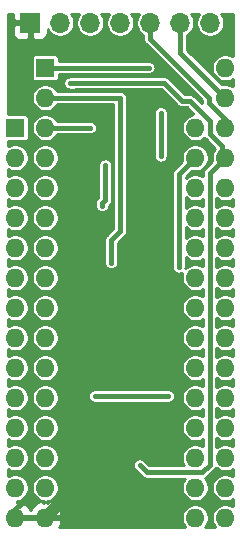
<source format=gbr>
G04 #@! TF.GenerationSoftware,KiCad,Pcbnew,(5.1.5)-3*
G04 #@! TF.CreationDate,2020-05-12T21:47:34-04:00*
G04 #@! TF.ProjectId,27xxx_to_27c080,32377878-785f-4746-9f5f-323763303830,rev?*
G04 #@! TF.SameCoordinates,Original*
G04 #@! TF.FileFunction,Copper,L1,Top*
G04 #@! TF.FilePolarity,Positive*
%FSLAX46Y46*%
G04 Gerber Fmt 4.6, Leading zero omitted, Abs format (unit mm)*
G04 Created by KiCad (PCBNEW (5.1.5)-3) date 2020-05-12 21:47:34*
%MOMM*%
%LPD*%
G04 APERTURE LIST*
%ADD10R,1.700000X1.700000*%
%ADD11O,1.700000X1.700000*%
%ADD12R,1.600000X1.600000*%
%ADD13O,1.600000X1.600000*%
%ADD14C,0.350000*%
%ADD15C,0.800000*%
%ADD16C,0.454000*%
%ADD17C,1.000000*%
%ADD18C,0.234000*%
G04 APERTURE END LIST*
D10*
X138430000Y-82550000D03*
D11*
X140970000Y-82550000D03*
X143510000Y-82550000D03*
X146050000Y-82550000D03*
X148590000Y-82550000D03*
X151130000Y-82550000D03*
X153670000Y-82550000D03*
D12*
X139700000Y-86360000D03*
D13*
X154940000Y-124460000D03*
X139700000Y-88900000D03*
X154940000Y-121920000D03*
X139700000Y-91440000D03*
X154940000Y-119380000D03*
X139700000Y-93980000D03*
X154940000Y-116840000D03*
X139700000Y-96520000D03*
X154940000Y-114300000D03*
X139700000Y-99060000D03*
X154940000Y-111760000D03*
X139700000Y-101600000D03*
X154940000Y-109220000D03*
X139700000Y-104140000D03*
X154940000Y-106680000D03*
X139700000Y-106680000D03*
X154940000Y-104140000D03*
X139700000Y-109220000D03*
X154940000Y-101600000D03*
X139700000Y-111760000D03*
X154940000Y-99060000D03*
X139700000Y-114300000D03*
X154940000Y-96520000D03*
X139700000Y-116840000D03*
X154940000Y-93980000D03*
X139700000Y-119380000D03*
X154940000Y-91440000D03*
X139700000Y-121920000D03*
X154940000Y-88900000D03*
X139700000Y-124460000D03*
X154940000Y-86360000D03*
D12*
X137160000Y-91440000D03*
D13*
X152400000Y-124460000D03*
X137160000Y-93980000D03*
X152400000Y-121920000D03*
X137160000Y-96520000D03*
X152400000Y-119380000D03*
X137160000Y-99060000D03*
X152400000Y-116840000D03*
X137160000Y-101600000D03*
X152400000Y-114300000D03*
X137160000Y-104140000D03*
X152400000Y-111760000D03*
X137160000Y-106680000D03*
X152400000Y-109220000D03*
X137160000Y-109220000D03*
X152400000Y-106680000D03*
X137160000Y-111760000D03*
X152400000Y-104140000D03*
X137160000Y-114300000D03*
X152400000Y-101600000D03*
X137160000Y-116840000D03*
X152400000Y-99060000D03*
X137160000Y-119380000D03*
X152400000Y-96520000D03*
X137160000Y-121920000D03*
X152400000Y-93980000D03*
X137160000Y-124460000D03*
X152400000Y-91440000D03*
D14*
X144526000Y-98044000D03*
X144399000Y-108458000D03*
X145288000Y-102870000D03*
X149479000Y-93853000D03*
D15*
X148600000Y-110480000D03*
X142621000Y-115951000D03*
X149479000Y-115697000D03*
X143510000Y-124841000D03*
X149225000Y-124587000D03*
X144780000Y-84455000D03*
X147320000Y-84328000D03*
X148463000Y-89154000D03*
X150749000Y-90170000D03*
X154940000Y-84074000D03*
X152400000Y-83820000D03*
X150876000Y-92837000D03*
X145288000Y-115951000D03*
D14*
X148209000Y-94234000D03*
X142113000Y-122936000D03*
X138430000Y-120599200D03*
X137699681Y-123196281D03*
X138430000Y-118084600D03*
X138430000Y-115595400D03*
X138430000Y-113030000D03*
X138430000Y-110464600D03*
X138430000Y-107950000D03*
X138430000Y-105384600D03*
X138430000Y-102870000D03*
X138430000Y-100304600D03*
X138430000Y-97790000D03*
X138430000Y-95224600D03*
X137795000Y-92786200D03*
X151688800Y-105410000D03*
X151612600Y-107950000D03*
X151663400Y-110490000D03*
X151739600Y-97790000D03*
X151739600Y-100330000D03*
X151739600Y-102870000D03*
X154330400Y-100330000D03*
X154330400Y-97790000D03*
X154330400Y-102870000D03*
X154330400Y-105410000D03*
X154330400Y-107950000D03*
X154330400Y-110490000D03*
X154330400Y-113030000D03*
X154330400Y-115570000D03*
X154355800Y-118110000D03*
X154355800Y-120650000D03*
X153695400Y-123215400D03*
X147701000Y-120015000D03*
X141819999Y-87669001D03*
X143510000Y-91440000D03*
X146050000Y-88900000D03*
X144780000Y-94615000D03*
X148463000Y-86360000D03*
X149479000Y-90170000D03*
X143891000Y-114173000D03*
X150114000Y-114173000D03*
X151003000Y-103251000D03*
D16*
X138430000Y-83854000D02*
X138430000Y-82550000D01*
X137160000Y-123735962D02*
X137699681Y-123196281D01*
X138430000Y-122465962D02*
X138430000Y-120599200D01*
X137160000Y-124460000D02*
X137160000Y-123735962D01*
D17*
X146273010Y-110480000D02*
X141351000Y-115402010D01*
X141351000Y-122809000D02*
X139700000Y-124460000D01*
X141351000Y-115402010D02*
X141351000Y-122809000D01*
X147828000Y-109708000D02*
X148600000Y-110480000D01*
X147828000Y-108458000D02*
X147828000Y-109708000D01*
X147828000Y-108458000D02*
X147828000Y-108966000D01*
X148600000Y-110480000D02*
X146431000Y-110363000D01*
X146431000Y-110363000D02*
X146273010Y-110480000D01*
X144399000Y-108458000D02*
X145923000Y-108458000D01*
X145923000Y-108458000D02*
X146812000Y-109347000D01*
X147828000Y-108966000D02*
X146812000Y-109347000D01*
X146812000Y-109347000D02*
X146431000Y-110363000D01*
X147701000Y-107823000D02*
X147828000Y-100263000D01*
X147066000Y-108458000D02*
X147828000Y-108458000D01*
X147066000Y-108458000D02*
X147701000Y-107823000D01*
X147828000Y-108458000D02*
X147701000Y-107823000D01*
X144399000Y-108458000D02*
X147066000Y-108458000D01*
D16*
X138430000Y-120599200D02*
X138430000Y-118084600D01*
X137699681Y-123196281D02*
X138430000Y-122465962D01*
X138430000Y-118084600D02*
X138430000Y-115595400D01*
X138430000Y-115595400D02*
X138430000Y-113030000D01*
X138430000Y-113030000D02*
X138430000Y-110464600D01*
X138430000Y-110464600D02*
X138430000Y-107950000D01*
X138430000Y-107950000D02*
X138430000Y-105384600D01*
X138430000Y-105384600D02*
X138430000Y-102870000D01*
X138430000Y-102870000D02*
X138430000Y-100304600D01*
X138430000Y-100304600D02*
X138430000Y-97790000D01*
X138430000Y-97790000D02*
X138430000Y-95224600D01*
X138430000Y-95224600D02*
X138430000Y-83854000D01*
X152988961Y-120607001D02*
X148293001Y-120607001D01*
X153627001Y-119968961D02*
X152988961Y-120607001D01*
X154940000Y-93980000D02*
X153627001Y-95292999D01*
X153627001Y-95292999D02*
X153627001Y-119968961D01*
X148293001Y-120607001D02*
X147701000Y-120015000D01*
X154686000Y-93726000D02*
X154940000Y-93980000D01*
X154686000Y-92964000D02*
X154686000Y-93726000D01*
X142067486Y-87669001D02*
X142106487Y-87630000D01*
X141819999Y-87669001D02*
X142067486Y-87669001D01*
X142106487Y-87630000D02*
X149733000Y-87630000D01*
X149733000Y-87630000D02*
X151257000Y-89154000D01*
X151257000Y-89154000D02*
X151929962Y-89154000D01*
X153670000Y-90894038D02*
X151929962Y-89154000D01*
X154648038Y-92964000D02*
X153670000Y-91985962D01*
X153670000Y-91985962D02*
X153670000Y-90894038D01*
X154686000Y-92964000D02*
X154648038Y-92964000D01*
X139700000Y-91440000D02*
X143510000Y-91440000D01*
X145288000Y-102870000D02*
X145288000Y-100965000D01*
X145288000Y-100965000D02*
X146050000Y-100203000D01*
X146050000Y-100203000D02*
X146050000Y-88900000D01*
X145802513Y-88900000D02*
X139700000Y-88900000D01*
X146050000Y-88900000D02*
X145802513Y-88900000D01*
X154940000Y-91440000D02*
X154940000Y-90678000D01*
X154940000Y-90715962D02*
X153543000Y-89318962D01*
X154940000Y-91440000D02*
X154940000Y-90715962D01*
X153543000Y-89318962D02*
X153543000Y-88900000D01*
X148590000Y-83947000D02*
X148590000Y-82550000D01*
X153543000Y-88900000D02*
X148590000Y-83947000D01*
X151130000Y-85090000D02*
X154940000Y-88900000D01*
X151130000Y-82550000D02*
X151130000Y-85090000D01*
X144526000Y-97796513D02*
X144780000Y-97542513D01*
X144526000Y-98044000D02*
X144526000Y-97796513D01*
X144780000Y-97542513D02*
X144780000Y-94615000D01*
X139700000Y-86360000D02*
X140954000Y-86360000D01*
X140954000Y-86360000D02*
X148463000Y-86360000D01*
X149479000Y-93853000D02*
X149479000Y-90170000D01*
X143891000Y-114173000D02*
X150114000Y-114173000D01*
X151003000Y-95377000D02*
X152400000Y-93980000D01*
X151003000Y-103251000D02*
X151003000Y-95377000D01*
D18*
G36*
X136955000Y-82256750D02*
G01*
X137111250Y-82413000D01*
X138293000Y-82413000D01*
X138293000Y-82393000D01*
X138567000Y-82393000D01*
X138567000Y-82413000D01*
X138587000Y-82413000D01*
X138587000Y-82687000D01*
X138567000Y-82687000D01*
X138567000Y-83868750D01*
X138723250Y-84025000D01*
X139280000Y-84028024D01*
X139402521Y-84015957D01*
X139520334Y-83980219D01*
X139628911Y-83922183D01*
X139724080Y-83844080D01*
X139802183Y-83748911D01*
X139860219Y-83640334D01*
X139895957Y-83522521D01*
X139908024Y-83400000D01*
X139906504Y-83120108D01*
X140037122Y-83315593D01*
X140204407Y-83482878D01*
X140401113Y-83614312D01*
X140619681Y-83704846D01*
X140851712Y-83751000D01*
X141088288Y-83751000D01*
X141320319Y-83704846D01*
X141538887Y-83614312D01*
X141735593Y-83482878D01*
X141902878Y-83315593D01*
X142034312Y-83118887D01*
X142124846Y-82900319D01*
X142171000Y-82668288D01*
X142171000Y-82431712D01*
X142124846Y-82199681D01*
X142034312Y-81981113D01*
X141902878Y-81784407D01*
X141901471Y-81783000D01*
X142578529Y-81783000D01*
X142577122Y-81784407D01*
X142445688Y-81981113D01*
X142355154Y-82199681D01*
X142309000Y-82431712D01*
X142309000Y-82668288D01*
X142355154Y-82900319D01*
X142445688Y-83118887D01*
X142577122Y-83315593D01*
X142744407Y-83482878D01*
X142941113Y-83614312D01*
X143159681Y-83704846D01*
X143391712Y-83751000D01*
X143628288Y-83751000D01*
X143860319Y-83704846D01*
X144078887Y-83614312D01*
X144275593Y-83482878D01*
X144442878Y-83315593D01*
X144574312Y-83118887D01*
X144664846Y-82900319D01*
X144711000Y-82668288D01*
X144711000Y-82431712D01*
X144664846Y-82199681D01*
X144574312Y-81981113D01*
X144442878Y-81784407D01*
X144441471Y-81783000D01*
X145118529Y-81783000D01*
X145117122Y-81784407D01*
X144985688Y-81981113D01*
X144895154Y-82199681D01*
X144849000Y-82431712D01*
X144849000Y-82668288D01*
X144895154Y-82900319D01*
X144985688Y-83118887D01*
X145117122Y-83315593D01*
X145284407Y-83482878D01*
X145481113Y-83614312D01*
X145699681Y-83704846D01*
X145931712Y-83751000D01*
X146168288Y-83751000D01*
X146400319Y-83704846D01*
X146618887Y-83614312D01*
X146815593Y-83482878D01*
X146982878Y-83315593D01*
X147114312Y-83118887D01*
X147204846Y-82900319D01*
X147251000Y-82668288D01*
X147251000Y-82431712D01*
X147204846Y-82199681D01*
X147114312Y-81981113D01*
X146982878Y-81784407D01*
X146981471Y-81783000D01*
X147658529Y-81783000D01*
X147657122Y-81784407D01*
X147525688Y-81981113D01*
X147435154Y-82199681D01*
X147389000Y-82431712D01*
X147389000Y-82668288D01*
X147435154Y-82900319D01*
X147525688Y-83118887D01*
X147657122Y-83315593D01*
X147824407Y-83482878D01*
X148012000Y-83608223D01*
X148012000Y-83918612D01*
X148009204Y-83947000D01*
X148017184Y-84028024D01*
X148020364Y-84060307D01*
X148053414Y-84169260D01*
X148107086Y-84269672D01*
X148179315Y-84357685D01*
X148201370Y-84375785D01*
X152965000Y-89139416D01*
X152965000Y-89290574D01*
X152962204Y-89318962D01*
X152965000Y-89347349D01*
X152967652Y-89374275D01*
X152358747Y-88765370D01*
X152340647Y-88743315D01*
X152252635Y-88671086D01*
X152152223Y-88617414D01*
X152043270Y-88584364D01*
X151958350Y-88576000D01*
X151929962Y-88573204D01*
X151901574Y-88576000D01*
X151496415Y-88576000D01*
X150161785Y-87241370D01*
X150143685Y-87219315D01*
X150055673Y-87147086D01*
X149955261Y-87093414D01*
X149846308Y-87060364D01*
X149761388Y-87052000D01*
X149733000Y-87049204D01*
X149704612Y-87052000D01*
X142134875Y-87052000D01*
X142106487Y-87049204D01*
X142078099Y-87052000D01*
X141993179Y-87060364D01*
X141892181Y-87091001D01*
X141791611Y-87091001D01*
X141706691Y-87099365D01*
X141597738Y-87132415D01*
X141497326Y-87186087D01*
X141409314Y-87258316D01*
X141337085Y-87346328D01*
X141283413Y-87446740D01*
X141250363Y-87555693D01*
X141239203Y-87669001D01*
X141250363Y-87782309D01*
X141283413Y-87891262D01*
X141337085Y-87991674D01*
X141409314Y-88079686D01*
X141497326Y-88151915D01*
X141597738Y-88205587D01*
X141706691Y-88238637D01*
X141791611Y-88247001D01*
X142039098Y-88247001D01*
X142067486Y-88249797D01*
X142095874Y-88247001D01*
X142180794Y-88238637D01*
X142281792Y-88208000D01*
X149493585Y-88208000D01*
X150828215Y-89542630D01*
X150846315Y-89564685D01*
X150934327Y-89636914D01*
X151034739Y-89690586D01*
X151143692Y-89723636D01*
X151228612Y-89732000D01*
X151228621Y-89732000D01*
X151256999Y-89734795D01*
X151285377Y-89732000D01*
X151690547Y-89732000D01*
X152254032Y-90295485D01*
X152064266Y-90333232D01*
X151854797Y-90419997D01*
X151666280Y-90545960D01*
X151505960Y-90706280D01*
X151379997Y-90894797D01*
X151293232Y-91104266D01*
X151249000Y-91326636D01*
X151249000Y-91553364D01*
X151293232Y-91775734D01*
X151379997Y-91985203D01*
X151505960Y-92173720D01*
X151666280Y-92334040D01*
X151854797Y-92460003D01*
X152064266Y-92546768D01*
X152286636Y-92591000D01*
X152513364Y-92591000D01*
X152735734Y-92546768D01*
X152945203Y-92460003D01*
X153133720Y-92334040D01*
X153177347Y-92290413D01*
X153187086Y-92308634D01*
X153259315Y-92396647D01*
X153281369Y-92414746D01*
X154079431Y-93212809D01*
X154045960Y-93246280D01*
X153919997Y-93434797D01*
X153833232Y-93644266D01*
X153789000Y-93866636D01*
X153789000Y-94093364D01*
X153825537Y-94277048D01*
X153238370Y-94864215D01*
X153216316Y-94882314D01*
X153144087Y-94970327D01*
X153090415Y-95070739D01*
X153069102Y-95141000D01*
X153057365Y-95179692D01*
X153046205Y-95292999D01*
X153049001Y-95321387D01*
X153049001Y-95569353D01*
X152945203Y-95499997D01*
X152735734Y-95413232D01*
X152513364Y-95369000D01*
X152286636Y-95369000D01*
X152064266Y-95413232D01*
X151854797Y-95499997D01*
X151666280Y-95625960D01*
X151581000Y-95711240D01*
X151581000Y-95616415D01*
X152102952Y-95094463D01*
X152286636Y-95131000D01*
X152513364Y-95131000D01*
X152735734Y-95086768D01*
X152945203Y-95000003D01*
X153133720Y-94874040D01*
X153294040Y-94713720D01*
X153420003Y-94525203D01*
X153506768Y-94315734D01*
X153551000Y-94093364D01*
X153551000Y-93866636D01*
X153506768Y-93644266D01*
X153420003Y-93434797D01*
X153294040Y-93246280D01*
X153133720Y-93085960D01*
X152945203Y-92959997D01*
X152735734Y-92873232D01*
X152513364Y-92829000D01*
X152286636Y-92829000D01*
X152064266Y-92873232D01*
X151854797Y-92959997D01*
X151666280Y-93085960D01*
X151505960Y-93246280D01*
X151379997Y-93434797D01*
X151293232Y-93644266D01*
X151249000Y-93866636D01*
X151249000Y-94093364D01*
X151285537Y-94277048D01*
X150614365Y-94948220D01*
X150592316Y-94966315D01*
X150574221Y-94988364D01*
X150574219Y-94988366D01*
X150520086Y-95054328D01*
X150466415Y-95154739D01*
X150433364Y-95263693D01*
X150422204Y-95377000D01*
X150425001Y-95405398D01*
X150425000Y-103279387D01*
X150433364Y-103364307D01*
X150466414Y-103473260D01*
X150520086Y-103573672D01*
X150592315Y-103661685D01*
X150680327Y-103733914D01*
X150780739Y-103787586D01*
X150889692Y-103820636D01*
X151003000Y-103831796D01*
X151116307Y-103820636D01*
X151225260Y-103787586D01*
X151321435Y-103736179D01*
X151293232Y-103804266D01*
X151249000Y-104026636D01*
X151249000Y-104253364D01*
X151293232Y-104475734D01*
X151379997Y-104685203D01*
X151505960Y-104873720D01*
X151666280Y-105034040D01*
X151854797Y-105160003D01*
X152064266Y-105246768D01*
X152286636Y-105291000D01*
X152513364Y-105291000D01*
X152735734Y-105246768D01*
X152945203Y-105160003D01*
X153049001Y-105090647D01*
X153049001Y-105729353D01*
X152945203Y-105659997D01*
X152735734Y-105573232D01*
X152513364Y-105529000D01*
X152286636Y-105529000D01*
X152064266Y-105573232D01*
X151854797Y-105659997D01*
X151666280Y-105785960D01*
X151505960Y-105946280D01*
X151379997Y-106134797D01*
X151293232Y-106344266D01*
X151249000Y-106566636D01*
X151249000Y-106793364D01*
X151293232Y-107015734D01*
X151379997Y-107225203D01*
X151505960Y-107413720D01*
X151666280Y-107574040D01*
X151854797Y-107700003D01*
X152064266Y-107786768D01*
X152286636Y-107831000D01*
X152513364Y-107831000D01*
X152735734Y-107786768D01*
X152945203Y-107700003D01*
X153049001Y-107630647D01*
X153049002Y-108269353D01*
X152945203Y-108199997D01*
X152735734Y-108113232D01*
X152513364Y-108069000D01*
X152286636Y-108069000D01*
X152064266Y-108113232D01*
X151854797Y-108199997D01*
X151666280Y-108325960D01*
X151505960Y-108486280D01*
X151379997Y-108674797D01*
X151293232Y-108884266D01*
X151249000Y-109106636D01*
X151249000Y-109333364D01*
X151293232Y-109555734D01*
X151379997Y-109765203D01*
X151505960Y-109953720D01*
X151666280Y-110114040D01*
X151854797Y-110240003D01*
X152064266Y-110326768D01*
X152286636Y-110371000D01*
X152513364Y-110371000D01*
X152735734Y-110326768D01*
X152945203Y-110240003D01*
X153049002Y-110170647D01*
X153049002Y-110809353D01*
X152945203Y-110739997D01*
X152735734Y-110653232D01*
X152513364Y-110609000D01*
X152286636Y-110609000D01*
X152064266Y-110653232D01*
X151854797Y-110739997D01*
X151666280Y-110865960D01*
X151505960Y-111026280D01*
X151379997Y-111214797D01*
X151293232Y-111424266D01*
X151249000Y-111646636D01*
X151249000Y-111873364D01*
X151293232Y-112095734D01*
X151379997Y-112305203D01*
X151505960Y-112493720D01*
X151666280Y-112654040D01*
X151854797Y-112780003D01*
X152064266Y-112866768D01*
X152286636Y-112911000D01*
X152513364Y-112911000D01*
X152735734Y-112866768D01*
X152945203Y-112780003D01*
X153049002Y-112710647D01*
X153049002Y-113349353D01*
X152945203Y-113279997D01*
X152735734Y-113193232D01*
X152513364Y-113149000D01*
X152286636Y-113149000D01*
X152064266Y-113193232D01*
X151854797Y-113279997D01*
X151666280Y-113405960D01*
X151505960Y-113566280D01*
X151379997Y-113754797D01*
X151293232Y-113964266D01*
X151249000Y-114186636D01*
X151249000Y-114413364D01*
X151293232Y-114635734D01*
X151379997Y-114845203D01*
X151505960Y-115033720D01*
X151666280Y-115194040D01*
X151854797Y-115320003D01*
X152064266Y-115406768D01*
X152286636Y-115451000D01*
X152513364Y-115451000D01*
X152735734Y-115406768D01*
X152945203Y-115320003D01*
X153049002Y-115250647D01*
X153049002Y-115889353D01*
X152945203Y-115819997D01*
X152735734Y-115733232D01*
X152513364Y-115689000D01*
X152286636Y-115689000D01*
X152064266Y-115733232D01*
X151854797Y-115819997D01*
X151666280Y-115945960D01*
X151505960Y-116106280D01*
X151379997Y-116294797D01*
X151293232Y-116504266D01*
X151249000Y-116726636D01*
X151249000Y-116953364D01*
X151293232Y-117175734D01*
X151379997Y-117385203D01*
X151505960Y-117573720D01*
X151666280Y-117734040D01*
X151854797Y-117860003D01*
X152064266Y-117946768D01*
X152286636Y-117991000D01*
X152513364Y-117991000D01*
X152735734Y-117946768D01*
X152945203Y-117860003D01*
X153049002Y-117790647D01*
X153049002Y-118429353D01*
X152945203Y-118359997D01*
X152735734Y-118273232D01*
X152513364Y-118229000D01*
X152286636Y-118229000D01*
X152064266Y-118273232D01*
X151854797Y-118359997D01*
X151666280Y-118485960D01*
X151505960Y-118646280D01*
X151379997Y-118834797D01*
X151293232Y-119044266D01*
X151249000Y-119266636D01*
X151249000Y-119493364D01*
X151293232Y-119715734D01*
X151379997Y-119925203D01*
X151449353Y-120029001D01*
X148532417Y-120029001D01*
X148089634Y-119586219D01*
X148023672Y-119532086D01*
X147923261Y-119478415D01*
X147814307Y-119445364D01*
X147701000Y-119434204D01*
X147587693Y-119445364D01*
X147478739Y-119478415D01*
X147378328Y-119532086D01*
X147290316Y-119604316D01*
X147218086Y-119692328D01*
X147164415Y-119792739D01*
X147131364Y-119901693D01*
X147120204Y-120015000D01*
X147131364Y-120128307D01*
X147164415Y-120237261D01*
X147218086Y-120337672D01*
X147272219Y-120403634D01*
X147864221Y-120995637D01*
X147882316Y-121017686D01*
X147970328Y-121089915D01*
X148070740Y-121143587D01*
X148179693Y-121176637D01*
X148293001Y-121187797D01*
X148321389Y-121185001D01*
X151507239Y-121185001D01*
X151505960Y-121186280D01*
X151379997Y-121374797D01*
X151293232Y-121584266D01*
X151249000Y-121806636D01*
X151249000Y-122033364D01*
X151293232Y-122255734D01*
X151379997Y-122465203D01*
X151505960Y-122653720D01*
X151666280Y-122814040D01*
X151854797Y-122940003D01*
X152064266Y-123026768D01*
X152286636Y-123071000D01*
X152513364Y-123071000D01*
X152735734Y-123026768D01*
X152945203Y-122940003D01*
X153133720Y-122814040D01*
X153294040Y-122653720D01*
X153420003Y-122465203D01*
X153506768Y-122255734D01*
X153551000Y-122033364D01*
X153551000Y-121806636D01*
X153506768Y-121584266D01*
X153420003Y-121374797D01*
X153294040Y-121186280D01*
X153237370Y-121129610D01*
X153311634Y-121089915D01*
X153399646Y-121017686D01*
X153417745Y-120995632D01*
X154015637Y-120397741D01*
X154037686Y-120379646D01*
X154061766Y-120350305D01*
X154109915Y-120291634D01*
X154119319Y-120274040D01*
X154149610Y-120217370D01*
X154206280Y-120274040D01*
X154394797Y-120400003D01*
X154604266Y-120486768D01*
X154826636Y-120531000D01*
X155053364Y-120531000D01*
X155275734Y-120486768D01*
X155485203Y-120400003D01*
X155580001Y-120336661D01*
X155580001Y-120963339D01*
X155485203Y-120899997D01*
X155275734Y-120813232D01*
X155053364Y-120769000D01*
X154826636Y-120769000D01*
X154604266Y-120813232D01*
X154394797Y-120899997D01*
X154206280Y-121025960D01*
X154045960Y-121186280D01*
X153919997Y-121374797D01*
X153833232Y-121584266D01*
X153789000Y-121806636D01*
X153789000Y-122033364D01*
X153833232Y-122255734D01*
X153919997Y-122465203D01*
X154045960Y-122653720D01*
X154206280Y-122814040D01*
X154394797Y-122940003D01*
X154604266Y-123026768D01*
X154826636Y-123071000D01*
X155053364Y-123071000D01*
X155275734Y-123026768D01*
X155485203Y-122940003D01*
X155580001Y-122876661D01*
X155580001Y-123503339D01*
X155485203Y-123439997D01*
X155275734Y-123353232D01*
X155053364Y-123309000D01*
X154826636Y-123309000D01*
X154604266Y-123353232D01*
X154394797Y-123439997D01*
X154206280Y-123565960D01*
X154045960Y-123726280D01*
X153919997Y-123914797D01*
X153833232Y-124124266D01*
X153789000Y-124346636D01*
X153789000Y-124573364D01*
X153833232Y-124795734D01*
X153919997Y-125005203D01*
X154045960Y-125193720D01*
X154079240Y-125227000D01*
X153260760Y-125227000D01*
X153294040Y-125193720D01*
X153420003Y-125005203D01*
X153506768Y-124795734D01*
X153551000Y-124573364D01*
X153551000Y-124346636D01*
X153506768Y-124124266D01*
X153420003Y-123914797D01*
X153294040Y-123726280D01*
X153133720Y-123565960D01*
X152945203Y-123439997D01*
X152735734Y-123353232D01*
X152513364Y-123309000D01*
X152286636Y-123309000D01*
X152064266Y-123353232D01*
X151854797Y-123439997D01*
X151666280Y-123565960D01*
X151505960Y-123726280D01*
X151379997Y-123914797D01*
X151293232Y-124124266D01*
X151249000Y-124346636D01*
X151249000Y-124573364D01*
X151293232Y-124795734D01*
X151379997Y-125005203D01*
X151505960Y-125193720D01*
X151539240Y-125227000D01*
X140895860Y-125227000D01*
X140928041Y-125182882D01*
X141045472Y-124929413D01*
X141079505Y-124817200D01*
X140961332Y-124597000D01*
X139837000Y-124597000D01*
X139837000Y-124617000D01*
X139563000Y-124617000D01*
X139563000Y-124597000D01*
X138438668Y-124597000D01*
X138430000Y-124613152D01*
X138421332Y-124597000D01*
X137297000Y-124597000D01*
X137297000Y-124617000D01*
X137023000Y-124617000D01*
X137023000Y-124597000D01*
X137003000Y-124597000D01*
X137003000Y-124323000D01*
X137023000Y-124323000D01*
X137023000Y-124303000D01*
X137297000Y-124303000D01*
X137297000Y-124323000D01*
X138421332Y-124323000D01*
X138430000Y-124306848D01*
X138438668Y-124323000D01*
X139563000Y-124323000D01*
X139563000Y-124303000D01*
X139837000Y-124303000D01*
X139837000Y-124323000D01*
X140961332Y-124323000D01*
X141079505Y-124102800D01*
X141045472Y-123990587D01*
X140928041Y-123737118D01*
X140763417Y-123511429D01*
X140557927Y-123322193D01*
X140319467Y-123176682D01*
X140057201Y-123080489D01*
X139837002Y-123197844D01*
X139837002Y-123066298D01*
X140035734Y-123026768D01*
X140245203Y-122940003D01*
X140433720Y-122814040D01*
X140594040Y-122653720D01*
X140720003Y-122465203D01*
X140806768Y-122255734D01*
X140851000Y-122033364D01*
X140851000Y-121806636D01*
X140806768Y-121584266D01*
X140720003Y-121374797D01*
X140594040Y-121186280D01*
X140433720Y-121025960D01*
X140245203Y-120899997D01*
X140035734Y-120813232D01*
X139813364Y-120769000D01*
X139586636Y-120769000D01*
X139364266Y-120813232D01*
X139154797Y-120899997D01*
X138966280Y-121025960D01*
X138805960Y-121186280D01*
X138679997Y-121374797D01*
X138593232Y-121584266D01*
X138549000Y-121806636D01*
X138549000Y-122033364D01*
X138593232Y-122255734D01*
X138679997Y-122465203D01*
X138805960Y-122653720D01*
X138966280Y-122814040D01*
X139154797Y-122940003D01*
X139364266Y-123026768D01*
X139562998Y-123066298D01*
X139562998Y-123197844D01*
X139342799Y-123080489D01*
X139080533Y-123176682D01*
X138842073Y-123322193D01*
X138636583Y-123511429D01*
X138471959Y-123737118D01*
X138430000Y-123827684D01*
X138388041Y-123737118D01*
X138223417Y-123511429D01*
X138017927Y-123322193D01*
X137779467Y-123176682D01*
X137517201Y-123080489D01*
X137297002Y-123197844D01*
X137297002Y-123066298D01*
X137495734Y-123026768D01*
X137705203Y-122940003D01*
X137893720Y-122814040D01*
X138054040Y-122653720D01*
X138180003Y-122465203D01*
X138266768Y-122255734D01*
X138311000Y-122033364D01*
X138311000Y-121806636D01*
X138266768Y-121584266D01*
X138180003Y-121374797D01*
X138054040Y-121186280D01*
X137893720Y-121025960D01*
X137705203Y-120899997D01*
X137495734Y-120813232D01*
X137273364Y-120769000D01*
X137046636Y-120769000D01*
X136824266Y-120813232D01*
X136614797Y-120899997D01*
X136520000Y-120963338D01*
X136520000Y-120336662D01*
X136614797Y-120400003D01*
X136824266Y-120486768D01*
X137046636Y-120531000D01*
X137273364Y-120531000D01*
X137495734Y-120486768D01*
X137705203Y-120400003D01*
X137893720Y-120274040D01*
X138054040Y-120113720D01*
X138180003Y-119925203D01*
X138266768Y-119715734D01*
X138311000Y-119493364D01*
X138311000Y-119266636D01*
X138549000Y-119266636D01*
X138549000Y-119493364D01*
X138593232Y-119715734D01*
X138679997Y-119925203D01*
X138805960Y-120113720D01*
X138966280Y-120274040D01*
X139154797Y-120400003D01*
X139364266Y-120486768D01*
X139586636Y-120531000D01*
X139813364Y-120531000D01*
X140035734Y-120486768D01*
X140245203Y-120400003D01*
X140433720Y-120274040D01*
X140594040Y-120113720D01*
X140720003Y-119925203D01*
X140806768Y-119715734D01*
X140851000Y-119493364D01*
X140851000Y-119266636D01*
X140806768Y-119044266D01*
X140720003Y-118834797D01*
X140594040Y-118646280D01*
X140433720Y-118485960D01*
X140245203Y-118359997D01*
X140035734Y-118273232D01*
X139813364Y-118229000D01*
X139586636Y-118229000D01*
X139364266Y-118273232D01*
X139154797Y-118359997D01*
X138966280Y-118485960D01*
X138805960Y-118646280D01*
X138679997Y-118834797D01*
X138593232Y-119044266D01*
X138549000Y-119266636D01*
X138311000Y-119266636D01*
X138266768Y-119044266D01*
X138180003Y-118834797D01*
X138054040Y-118646280D01*
X137893720Y-118485960D01*
X137705203Y-118359997D01*
X137495734Y-118273232D01*
X137273364Y-118229000D01*
X137046636Y-118229000D01*
X136824266Y-118273232D01*
X136614797Y-118359997D01*
X136520000Y-118423338D01*
X136520000Y-117796662D01*
X136614797Y-117860003D01*
X136824266Y-117946768D01*
X137046636Y-117991000D01*
X137273364Y-117991000D01*
X137495734Y-117946768D01*
X137705203Y-117860003D01*
X137893720Y-117734040D01*
X138054040Y-117573720D01*
X138180003Y-117385203D01*
X138266768Y-117175734D01*
X138311000Y-116953364D01*
X138311000Y-116726636D01*
X138549000Y-116726636D01*
X138549000Y-116953364D01*
X138593232Y-117175734D01*
X138679997Y-117385203D01*
X138805960Y-117573720D01*
X138966280Y-117734040D01*
X139154797Y-117860003D01*
X139364266Y-117946768D01*
X139586636Y-117991000D01*
X139813364Y-117991000D01*
X140035734Y-117946768D01*
X140245203Y-117860003D01*
X140433720Y-117734040D01*
X140594040Y-117573720D01*
X140720003Y-117385203D01*
X140806768Y-117175734D01*
X140851000Y-116953364D01*
X140851000Y-116726636D01*
X140806768Y-116504266D01*
X140720003Y-116294797D01*
X140594040Y-116106280D01*
X140433720Y-115945960D01*
X140245203Y-115819997D01*
X140035734Y-115733232D01*
X139813364Y-115689000D01*
X139586636Y-115689000D01*
X139364266Y-115733232D01*
X139154797Y-115819997D01*
X138966280Y-115945960D01*
X138805960Y-116106280D01*
X138679997Y-116294797D01*
X138593232Y-116504266D01*
X138549000Y-116726636D01*
X138311000Y-116726636D01*
X138266768Y-116504266D01*
X138180003Y-116294797D01*
X138054040Y-116106280D01*
X137893720Y-115945960D01*
X137705203Y-115819997D01*
X137495734Y-115733232D01*
X137273364Y-115689000D01*
X137046636Y-115689000D01*
X136824266Y-115733232D01*
X136614797Y-115819997D01*
X136520000Y-115883338D01*
X136520000Y-115256662D01*
X136614797Y-115320003D01*
X136824266Y-115406768D01*
X137046636Y-115451000D01*
X137273364Y-115451000D01*
X137495734Y-115406768D01*
X137705203Y-115320003D01*
X137893720Y-115194040D01*
X138054040Y-115033720D01*
X138180003Y-114845203D01*
X138266768Y-114635734D01*
X138311000Y-114413364D01*
X138311000Y-114186636D01*
X138549000Y-114186636D01*
X138549000Y-114413364D01*
X138593232Y-114635734D01*
X138679997Y-114845203D01*
X138805960Y-115033720D01*
X138966280Y-115194040D01*
X139154797Y-115320003D01*
X139364266Y-115406768D01*
X139586636Y-115451000D01*
X139813364Y-115451000D01*
X140035734Y-115406768D01*
X140245203Y-115320003D01*
X140433720Y-115194040D01*
X140594040Y-115033720D01*
X140720003Y-114845203D01*
X140806768Y-114635734D01*
X140851000Y-114413364D01*
X140851000Y-114186636D01*
X140848288Y-114173000D01*
X143310204Y-114173000D01*
X143321364Y-114286308D01*
X143354414Y-114395261D01*
X143408086Y-114495673D01*
X143480315Y-114583685D01*
X143568327Y-114655914D01*
X143668739Y-114709586D01*
X143777692Y-114742636D01*
X143862612Y-114751000D01*
X150142388Y-114751000D01*
X150227308Y-114742636D01*
X150336261Y-114709586D01*
X150436673Y-114655914D01*
X150524685Y-114583685D01*
X150596914Y-114495673D01*
X150650586Y-114395261D01*
X150683636Y-114286308D01*
X150694796Y-114173000D01*
X150683636Y-114059692D01*
X150650586Y-113950739D01*
X150596914Y-113850327D01*
X150524685Y-113762315D01*
X150436673Y-113690086D01*
X150336261Y-113636414D01*
X150227308Y-113603364D01*
X150142388Y-113595000D01*
X143862612Y-113595000D01*
X143777692Y-113603364D01*
X143668739Y-113636414D01*
X143568327Y-113690086D01*
X143480315Y-113762315D01*
X143408086Y-113850327D01*
X143354414Y-113950739D01*
X143321364Y-114059692D01*
X143310204Y-114173000D01*
X140848288Y-114173000D01*
X140806768Y-113964266D01*
X140720003Y-113754797D01*
X140594040Y-113566280D01*
X140433720Y-113405960D01*
X140245203Y-113279997D01*
X140035734Y-113193232D01*
X139813364Y-113149000D01*
X139586636Y-113149000D01*
X139364266Y-113193232D01*
X139154797Y-113279997D01*
X138966280Y-113405960D01*
X138805960Y-113566280D01*
X138679997Y-113754797D01*
X138593232Y-113964266D01*
X138549000Y-114186636D01*
X138311000Y-114186636D01*
X138266768Y-113964266D01*
X138180003Y-113754797D01*
X138054040Y-113566280D01*
X137893720Y-113405960D01*
X137705203Y-113279997D01*
X137495734Y-113193232D01*
X137273364Y-113149000D01*
X137046636Y-113149000D01*
X136824266Y-113193232D01*
X136614797Y-113279997D01*
X136520000Y-113343338D01*
X136520000Y-112716662D01*
X136614797Y-112780003D01*
X136824266Y-112866768D01*
X137046636Y-112911000D01*
X137273364Y-112911000D01*
X137495734Y-112866768D01*
X137705203Y-112780003D01*
X137893720Y-112654040D01*
X138054040Y-112493720D01*
X138180003Y-112305203D01*
X138266768Y-112095734D01*
X138311000Y-111873364D01*
X138311000Y-111646636D01*
X138549000Y-111646636D01*
X138549000Y-111873364D01*
X138593232Y-112095734D01*
X138679997Y-112305203D01*
X138805960Y-112493720D01*
X138966280Y-112654040D01*
X139154797Y-112780003D01*
X139364266Y-112866768D01*
X139586636Y-112911000D01*
X139813364Y-112911000D01*
X140035734Y-112866768D01*
X140245203Y-112780003D01*
X140433720Y-112654040D01*
X140594040Y-112493720D01*
X140720003Y-112305203D01*
X140806768Y-112095734D01*
X140851000Y-111873364D01*
X140851000Y-111646636D01*
X140806768Y-111424266D01*
X140720003Y-111214797D01*
X140594040Y-111026280D01*
X140433720Y-110865960D01*
X140245203Y-110739997D01*
X140035734Y-110653232D01*
X139813364Y-110609000D01*
X139586636Y-110609000D01*
X139364266Y-110653232D01*
X139154797Y-110739997D01*
X138966280Y-110865960D01*
X138805960Y-111026280D01*
X138679997Y-111214797D01*
X138593232Y-111424266D01*
X138549000Y-111646636D01*
X138311000Y-111646636D01*
X138266768Y-111424266D01*
X138180003Y-111214797D01*
X138054040Y-111026280D01*
X137893720Y-110865960D01*
X137705203Y-110739997D01*
X137495734Y-110653232D01*
X137273364Y-110609000D01*
X137046636Y-110609000D01*
X136824266Y-110653232D01*
X136614797Y-110739997D01*
X136520000Y-110803338D01*
X136520000Y-110176662D01*
X136614797Y-110240003D01*
X136824266Y-110326768D01*
X137046636Y-110371000D01*
X137273364Y-110371000D01*
X137495734Y-110326768D01*
X137705203Y-110240003D01*
X137893720Y-110114040D01*
X138054040Y-109953720D01*
X138180003Y-109765203D01*
X138266768Y-109555734D01*
X138311000Y-109333364D01*
X138311000Y-109106636D01*
X138549000Y-109106636D01*
X138549000Y-109333364D01*
X138593232Y-109555734D01*
X138679997Y-109765203D01*
X138805960Y-109953720D01*
X138966280Y-110114040D01*
X139154797Y-110240003D01*
X139364266Y-110326768D01*
X139586636Y-110371000D01*
X139813364Y-110371000D01*
X140035734Y-110326768D01*
X140245203Y-110240003D01*
X140433720Y-110114040D01*
X140594040Y-109953720D01*
X140720003Y-109765203D01*
X140806768Y-109555734D01*
X140851000Y-109333364D01*
X140851000Y-109106636D01*
X140806768Y-108884266D01*
X140720003Y-108674797D01*
X140594040Y-108486280D01*
X140433720Y-108325960D01*
X140245203Y-108199997D01*
X140035734Y-108113232D01*
X139813364Y-108069000D01*
X139586636Y-108069000D01*
X139364266Y-108113232D01*
X139154797Y-108199997D01*
X138966280Y-108325960D01*
X138805960Y-108486280D01*
X138679997Y-108674797D01*
X138593232Y-108884266D01*
X138549000Y-109106636D01*
X138311000Y-109106636D01*
X138266768Y-108884266D01*
X138180003Y-108674797D01*
X138054040Y-108486280D01*
X137893720Y-108325960D01*
X137705203Y-108199997D01*
X137495734Y-108113232D01*
X137273364Y-108069000D01*
X137046636Y-108069000D01*
X136824266Y-108113232D01*
X136614797Y-108199997D01*
X136520000Y-108263338D01*
X136520000Y-107636662D01*
X136614797Y-107700003D01*
X136824266Y-107786768D01*
X137046636Y-107831000D01*
X137273364Y-107831000D01*
X137495734Y-107786768D01*
X137705203Y-107700003D01*
X137893720Y-107574040D01*
X138054040Y-107413720D01*
X138180003Y-107225203D01*
X138266768Y-107015734D01*
X138311000Y-106793364D01*
X138311000Y-106566636D01*
X138549000Y-106566636D01*
X138549000Y-106793364D01*
X138593232Y-107015734D01*
X138679997Y-107225203D01*
X138805960Y-107413720D01*
X138966280Y-107574040D01*
X139154797Y-107700003D01*
X139364266Y-107786768D01*
X139586636Y-107831000D01*
X139813364Y-107831000D01*
X140035734Y-107786768D01*
X140245203Y-107700003D01*
X140433720Y-107574040D01*
X140594040Y-107413720D01*
X140720003Y-107225203D01*
X140806768Y-107015734D01*
X140851000Y-106793364D01*
X140851000Y-106566636D01*
X140806768Y-106344266D01*
X140720003Y-106134797D01*
X140594040Y-105946280D01*
X140433720Y-105785960D01*
X140245203Y-105659997D01*
X140035734Y-105573232D01*
X139813364Y-105529000D01*
X139586636Y-105529000D01*
X139364266Y-105573232D01*
X139154797Y-105659997D01*
X138966280Y-105785960D01*
X138805960Y-105946280D01*
X138679997Y-106134797D01*
X138593232Y-106344266D01*
X138549000Y-106566636D01*
X138311000Y-106566636D01*
X138266768Y-106344266D01*
X138180003Y-106134797D01*
X138054040Y-105946280D01*
X137893720Y-105785960D01*
X137705203Y-105659997D01*
X137495734Y-105573232D01*
X137273364Y-105529000D01*
X137046636Y-105529000D01*
X136824266Y-105573232D01*
X136614797Y-105659997D01*
X136520000Y-105723338D01*
X136520000Y-105096662D01*
X136614797Y-105160003D01*
X136824266Y-105246768D01*
X137046636Y-105291000D01*
X137273364Y-105291000D01*
X137495734Y-105246768D01*
X137705203Y-105160003D01*
X137893720Y-105034040D01*
X138054040Y-104873720D01*
X138180003Y-104685203D01*
X138266768Y-104475734D01*
X138311000Y-104253364D01*
X138311000Y-104026636D01*
X138549000Y-104026636D01*
X138549000Y-104253364D01*
X138593232Y-104475734D01*
X138679997Y-104685203D01*
X138805960Y-104873720D01*
X138966280Y-105034040D01*
X139154797Y-105160003D01*
X139364266Y-105246768D01*
X139586636Y-105291000D01*
X139813364Y-105291000D01*
X140035734Y-105246768D01*
X140245203Y-105160003D01*
X140433720Y-105034040D01*
X140594040Y-104873720D01*
X140720003Y-104685203D01*
X140806768Y-104475734D01*
X140851000Y-104253364D01*
X140851000Y-104026636D01*
X140806768Y-103804266D01*
X140720003Y-103594797D01*
X140594040Y-103406280D01*
X140433720Y-103245960D01*
X140245203Y-103119997D01*
X140035734Y-103033232D01*
X139813364Y-102989000D01*
X139586636Y-102989000D01*
X139364266Y-103033232D01*
X139154797Y-103119997D01*
X138966280Y-103245960D01*
X138805960Y-103406280D01*
X138679997Y-103594797D01*
X138593232Y-103804266D01*
X138549000Y-104026636D01*
X138311000Y-104026636D01*
X138266768Y-103804266D01*
X138180003Y-103594797D01*
X138054040Y-103406280D01*
X137893720Y-103245960D01*
X137705203Y-103119997D01*
X137495734Y-103033232D01*
X137273364Y-102989000D01*
X137046636Y-102989000D01*
X136824266Y-103033232D01*
X136614797Y-103119997D01*
X136520000Y-103183338D01*
X136520000Y-102556662D01*
X136614797Y-102620003D01*
X136824266Y-102706768D01*
X137046636Y-102751000D01*
X137273364Y-102751000D01*
X137495734Y-102706768D01*
X137705203Y-102620003D01*
X137893720Y-102494040D01*
X138054040Y-102333720D01*
X138180003Y-102145203D01*
X138266768Y-101935734D01*
X138311000Y-101713364D01*
X138311000Y-101486636D01*
X138549000Y-101486636D01*
X138549000Y-101713364D01*
X138593232Y-101935734D01*
X138679997Y-102145203D01*
X138805960Y-102333720D01*
X138966280Y-102494040D01*
X139154797Y-102620003D01*
X139364266Y-102706768D01*
X139586636Y-102751000D01*
X139813364Y-102751000D01*
X140035734Y-102706768D01*
X140245203Y-102620003D01*
X140433720Y-102494040D01*
X140594040Y-102333720D01*
X140720003Y-102145203D01*
X140806768Y-101935734D01*
X140851000Y-101713364D01*
X140851000Y-101486636D01*
X140806768Y-101264266D01*
X140720003Y-101054797D01*
X140594040Y-100866280D01*
X140433720Y-100705960D01*
X140245203Y-100579997D01*
X140035734Y-100493232D01*
X139813364Y-100449000D01*
X139586636Y-100449000D01*
X139364266Y-100493232D01*
X139154797Y-100579997D01*
X138966280Y-100705960D01*
X138805960Y-100866280D01*
X138679997Y-101054797D01*
X138593232Y-101264266D01*
X138549000Y-101486636D01*
X138311000Y-101486636D01*
X138266768Y-101264266D01*
X138180003Y-101054797D01*
X138054040Y-100866280D01*
X137893720Y-100705960D01*
X137705203Y-100579997D01*
X137495734Y-100493232D01*
X137273364Y-100449000D01*
X137046636Y-100449000D01*
X136824266Y-100493232D01*
X136614797Y-100579997D01*
X136520000Y-100643338D01*
X136520000Y-100016662D01*
X136614797Y-100080003D01*
X136824266Y-100166768D01*
X137046636Y-100211000D01*
X137273364Y-100211000D01*
X137495734Y-100166768D01*
X137705203Y-100080003D01*
X137893720Y-99954040D01*
X138054040Y-99793720D01*
X138180003Y-99605203D01*
X138266768Y-99395734D01*
X138311000Y-99173364D01*
X138311000Y-98946636D01*
X138549000Y-98946636D01*
X138549000Y-99173364D01*
X138593232Y-99395734D01*
X138679997Y-99605203D01*
X138805960Y-99793720D01*
X138966280Y-99954040D01*
X139154797Y-100080003D01*
X139364266Y-100166768D01*
X139586636Y-100211000D01*
X139813364Y-100211000D01*
X140035734Y-100166768D01*
X140245203Y-100080003D01*
X140433720Y-99954040D01*
X140594040Y-99793720D01*
X140720003Y-99605203D01*
X140806768Y-99395734D01*
X140851000Y-99173364D01*
X140851000Y-98946636D01*
X140806768Y-98724266D01*
X140720003Y-98514797D01*
X140594040Y-98326280D01*
X140433720Y-98165960D01*
X140245203Y-98039997D01*
X140035734Y-97953232D01*
X139813364Y-97909000D01*
X139586636Y-97909000D01*
X139364266Y-97953232D01*
X139154797Y-98039997D01*
X138966280Y-98165960D01*
X138805960Y-98326280D01*
X138679997Y-98514797D01*
X138593232Y-98724266D01*
X138549000Y-98946636D01*
X138311000Y-98946636D01*
X138266768Y-98724266D01*
X138180003Y-98514797D01*
X138054040Y-98326280D01*
X137893720Y-98165960D01*
X137705203Y-98039997D01*
X137495734Y-97953232D01*
X137273364Y-97909000D01*
X137046636Y-97909000D01*
X136824266Y-97953232D01*
X136614797Y-98039997D01*
X136520000Y-98103338D01*
X136520000Y-97796513D01*
X143945204Y-97796513D01*
X143948000Y-97824901D01*
X143948000Y-98072387D01*
X143956364Y-98157307D01*
X143989414Y-98266260D01*
X144043086Y-98366672D01*
X144115315Y-98454685D01*
X144203327Y-98526914D01*
X144303739Y-98580586D01*
X144412692Y-98613636D01*
X144526000Y-98624796D01*
X144639307Y-98613636D01*
X144748260Y-98580586D01*
X144848672Y-98526914D01*
X144936685Y-98454685D01*
X145008914Y-98366673D01*
X145062586Y-98266261D01*
X145095636Y-98157308D01*
X145104000Y-98072388D01*
X145104000Y-98035927D01*
X145168627Y-97971300D01*
X145190685Y-97953198D01*
X145262914Y-97865186D01*
X145316586Y-97764774D01*
X145349636Y-97655821D01*
X145358000Y-97570901D01*
X145358000Y-97570899D01*
X145360796Y-97542514D01*
X145358000Y-97514129D01*
X145358000Y-94586612D01*
X145349636Y-94501692D01*
X145316586Y-94392739D01*
X145262914Y-94292327D01*
X145190685Y-94204315D01*
X145102673Y-94132086D01*
X145002261Y-94078414D01*
X144893308Y-94045364D01*
X144780000Y-94034204D01*
X144666693Y-94045364D01*
X144557740Y-94078414D01*
X144457328Y-94132086D01*
X144369316Y-94204315D01*
X144297087Y-94292327D01*
X144243415Y-94392739D01*
X144210365Y-94501692D01*
X144202001Y-94586612D01*
X144202000Y-97303098D01*
X144137366Y-97367732D01*
X144115316Y-97385828D01*
X144043087Y-97473840D01*
X143989414Y-97574252D01*
X143956364Y-97683205D01*
X143956364Y-97683206D01*
X143945204Y-97796513D01*
X136520000Y-97796513D01*
X136520000Y-97476662D01*
X136614797Y-97540003D01*
X136824266Y-97626768D01*
X137046636Y-97671000D01*
X137273364Y-97671000D01*
X137495734Y-97626768D01*
X137705203Y-97540003D01*
X137893720Y-97414040D01*
X138054040Y-97253720D01*
X138180003Y-97065203D01*
X138266768Y-96855734D01*
X138311000Y-96633364D01*
X138311000Y-96406636D01*
X138549000Y-96406636D01*
X138549000Y-96633364D01*
X138593232Y-96855734D01*
X138679997Y-97065203D01*
X138805960Y-97253720D01*
X138966280Y-97414040D01*
X139154797Y-97540003D01*
X139364266Y-97626768D01*
X139586636Y-97671000D01*
X139813364Y-97671000D01*
X140035734Y-97626768D01*
X140245203Y-97540003D01*
X140433720Y-97414040D01*
X140594040Y-97253720D01*
X140720003Y-97065203D01*
X140806768Y-96855734D01*
X140851000Y-96633364D01*
X140851000Y-96406636D01*
X140806768Y-96184266D01*
X140720003Y-95974797D01*
X140594040Y-95786280D01*
X140433720Y-95625960D01*
X140245203Y-95499997D01*
X140035734Y-95413232D01*
X139813364Y-95369000D01*
X139586636Y-95369000D01*
X139364266Y-95413232D01*
X139154797Y-95499997D01*
X138966280Y-95625960D01*
X138805960Y-95786280D01*
X138679997Y-95974797D01*
X138593232Y-96184266D01*
X138549000Y-96406636D01*
X138311000Y-96406636D01*
X138266768Y-96184266D01*
X138180003Y-95974797D01*
X138054040Y-95786280D01*
X137893720Y-95625960D01*
X137705203Y-95499997D01*
X137495734Y-95413232D01*
X137273364Y-95369000D01*
X137046636Y-95369000D01*
X136824266Y-95413232D01*
X136614797Y-95499997D01*
X136520000Y-95563338D01*
X136520000Y-94936662D01*
X136614797Y-95000003D01*
X136824266Y-95086768D01*
X137046636Y-95131000D01*
X137273364Y-95131000D01*
X137495734Y-95086768D01*
X137705203Y-95000003D01*
X137893720Y-94874040D01*
X138054040Y-94713720D01*
X138180003Y-94525203D01*
X138266768Y-94315734D01*
X138311000Y-94093364D01*
X138311000Y-93866636D01*
X138549000Y-93866636D01*
X138549000Y-94093364D01*
X138593232Y-94315734D01*
X138679997Y-94525203D01*
X138805960Y-94713720D01*
X138966280Y-94874040D01*
X139154797Y-95000003D01*
X139364266Y-95086768D01*
X139586636Y-95131000D01*
X139813364Y-95131000D01*
X140035734Y-95086768D01*
X140245203Y-95000003D01*
X140433720Y-94874040D01*
X140594040Y-94713720D01*
X140720003Y-94525203D01*
X140806768Y-94315734D01*
X140851000Y-94093364D01*
X140851000Y-93866636D01*
X140806768Y-93644266D01*
X140720003Y-93434797D01*
X140594040Y-93246280D01*
X140433720Y-93085960D01*
X140245203Y-92959997D01*
X140035734Y-92873232D01*
X139813364Y-92829000D01*
X139586636Y-92829000D01*
X139364266Y-92873232D01*
X139154797Y-92959997D01*
X138966280Y-93085960D01*
X138805960Y-93246280D01*
X138679997Y-93434797D01*
X138593232Y-93644266D01*
X138549000Y-93866636D01*
X138311000Y-93866636D01*
X138266768Y-93644266D01*
X138180003Y-93434797D01*
X138054040Y-93246280D01*
X137893720Y-93085960D01*
X137705203Y-92959997D01*
X137495734Y-92873232D01*
X137273364Y-92829000D01*
X137046636Y-92829000D01*
X136824266Y-92873232D01*
X136614797Y-92959997D01*
X136520000Y-93023338D01*
X136520000Y-92592698D01*
X137960000Y-92592698D01*
X138028808Y-92585921D01*
X138094972Y-92565850D01*
X138155949Y-92533258D01*
X138209395Y-92489395D01*
X138253258Y-92435949D01*
X138285850Y-92374972D01*
X138305921Y-92308808D01*
X138312698Y-92240000D01*
X138312698Y-91326636D01*
X138549000Y-91326636D01*
X138549000Y-91553364D01*
X138593232Y-91775734D01*
X138679997Y-91985203D01*
X138805960Y-92173720D01*
X138966280Y-92334040D01*
X139154797Y-92460003D01*
X139364266Y-92546768D01*
X139586636Y-92591000D01*
X139813364Y-92591000D01*
X140035734Y-92546768D01*
X140245203Y-92460003D01*
X140433720Y-92334040D01*
X140594040Y-92173720D01*
X140698089Y-92018000D01*
X143538388Y-92018000D01*
X143623308Y-92009636D01*
X143732261Y-91976586D01*
X143832673Y-91922914D01*
X143920685Y-91850685D01*
X143992914Y-91762673D01*
X144046586Y-91662261D01*
X144079636Y-91553308D01*
X144090796Y-91440000D01*
X144079636Y-91326692D01*
X144046586Y-91217739D01*
X143992914Y-91117327D01*
X143920685Y-91029315D01*
X143832673Y-90957086D01*
X143732261Y-90903414D01*
X143623308Y-90870364D01*
X143538388Y-90862000D01*
X140698089Y-90862000D01*
X140594040Y-90706280D01*
X140433720Y-90545960D01*
X140245203Y-90419997D01*
X140035734Y-90333232D01*
X139813364Y-90289000D01*
X139586636Y-90289000D01*
X139364266Y-90333232D01*
X139154797Y-90419997D01*
X138966280Y-90545960D01*
X138805960Y-90706280D01*
X138679997Y-90894797D01*
X138593232Y-91104266D01*
X138549000Y-91326636D01*
X138312698Y-91326636D01*
X138312698Y-90640000D01*
X138305921Y-90571192D01*
X138285850Y-90505028D01*
X138253258Y-90444051D01*
X138209395Y-90390605D01*
X138155949Y-90346742D01*
X138094972Y-90314150D01*
X138028808Y-90294079D01*
X137960000Y-90287302D01*
X136520000Y-90287302D01*
X136520000Y-88786636D01*
X138549000Y-88786636D01*
X138549000Y-89013364D01*
X138593232Y-89235734D01*
X138679997Y-89445203D01*
X138805960Y-89633720D01*
X138966280Y-89794040D01*
X139154797Y-89920003D01*
X139364266Y-90006768D01*
X139586636Y-90051000D01*
X139813364Y-90051000D01*
X140035734Y-90006768D01*
X140245203Y-89920003D01*
X140433720Y-89794040D01*
X140594040Y-89633720D01*
X140698089Y-89478000D01*
X145472001Y-89478000D01*
X145472000Y-99963584D01*
X144899365Y-100536220D01*
X144877316Y-100554315D01*
X144859221Y-100576364D01*
X144859219Y-100576366D01*
X144805086Y-100642328D01*
X144751415Y-100742739D01*
X144718364Y-100851693D01*
X144707204Y-100965000D01*
X144710001Y-100993398D01*
X144710000Y-102898387D01*
X144718364Y-102983307D01*
X144751414Y-103092260D01*
X144805086Y-103192672D01*
X144877315Y-103280685D01*
X144965327Y-103352914D01*
X145065739Y-103406586D01*
X145174692Y-103439636D01*
X145288000Y-103450796D01*
X145401307Y-103439636D01*
X145510260Y-103406586D01*
X145610672Y-103352914D01*
X145698685Y-103280685D01*
X145770914Y-103192673D01*
X145824586Y-103092261D01*
X145857636Y-102983308D01*
X145866000Y-102898388D01*
X145866000Y-101204415D01*
X146438637Y-100631779D01*
X146460685Y-100613685D01*
X146532914Y-100525673D01*
X146584901Y-100428414D01*
X146586586Y-100425262D01*
X146619636Y-100316308D01*
X146630796Y-100203000D01*
X146628000Y-100174612D01*
X146628000Y-93881387D01*
X148901000Y-93881387D01*
X148909364Y-93966307D01*
X148942414Y-94075260D01*
X148996086Y-94175672D01*
X149068315Y-94263685D01*
X149156327Y-94335914D01*
X149256739Y-94389586D01*
X149365692Y-94422636D01*
X149479000Y-94433796D01*
X149592307Y-94422636D01*
X149701260Y-94389586D01*
X149801672Y-94335914D01*
X149889685Y-94263685D01*
X149961914Y-94175673D01*
X150015586Y-94075261D01*
X150048636Y-93966308D01*
X150057000Y-93881388D01*
X150057000Y-90141612D01*
X150048636Y-90056692D01*
X150015586Y-89947739D01*
X149961914Y-89847327D01*
X149889685Y-89759315D01*
X149801673Y-89687086D01*
X149701261Y-89633414D01*
X149592308Y-89600364D01*
X149479000Y-89589204D01*
X149365693Y-89600364D01*
X149256740Y-89633414D01*
X149156328Y-89687086D01*
X149068316Y-89759315D01*
X148996087Y-89847327D01*
X148942415Y-89947739D01*
X148909365Y-90056692D01*
X148901001Y-90141612D01*
X148901000Y-93881387D01*
X146628000Y-93881387D01*
X146628000Y-88928388D01*
X146630796Y-88900000D01*
X146619636Y-88786692D01*
X146586586Y-88677739D01*
X146532914Y-88577327D01*
X146460685Y-88489315D01*
X146372673Y-88417086D01*
X146272261Y-88363414D01*
X146163308Y-88330364D01*
X146078388Y-88322000D01*
X146050000Y-88319204D01*
X146021612Y-88322000D01*
X140698089Y-88322000D01*
X140594040Y-88166280D01*
X140433720Y-88005960D01*
X140245203Y-87879997D01*
X140035734Y-87793232D01*
X139813364Y-87749000D01*
X139586636Y-87749000D01*
X139364266Y-87793232D01*
X139154797Y-87879997D01*
X138966280Y-88005960D01*
X138805960Y-88166280D01*
X138679997Y-88354797D01*
X138593232Y-88564266D01*
X138549000Y-88786636D01*
X136520000Y-88786636D01*
X136520000Y-85560000D01*
X138547302Y-85560000D01*
X138547302Y-87160000D01*
X138554079Y-87228808D01*
X138574150Y-87294972D01*
X138606742Y-87355949D01*
X138650605Y-87409395D01*
X138704051Y-87453258D01*
X138765028Y-87485850D01*
X138831192Y-87505921D01*
X138900000Y-87512698D01*
X140500000Y-87512698D01*
X140568808Y-87505921D01*
X140634972Y-87485850D01*
X140695949Y-87453258D01*
X140749395Y-87409395D01*
X140793258Y-87355949D01*
X140825850Y-87294972D01*
X140845921Y-87228808D01*
X140852698Y-87160000D01*
X140852698Y-86938000D01*
X148491388Y-86938000D01*
X148576308Y-86929636D01*
X148685261Y-86896586D01*
X148785673Y-86842914D01*
X148873685Y-86770685D01*
X148945914Y-86682673D01*
X148999586Y-86582261D01*
X149032636Y-86473308D01*
X149043796Y-86360000D01*
X149032636Y-86246692D01*
X148999586Y-86137739D01*
X148945914Y-86037327D01*
X148873685Y-85949315D01*
X148785673Y-85877086D01*
X148685261Y-85823414D01*
X148576308Y-85790364D01*
X148491388Y-85782000D01*
X140852698Y-85782000D01*
X140852698Y-85560000D01*
X140845921Y-85491192D01*
X140825850Y-85425028D01*
X140793258Y-85364051D01*
X140749395Y-85310605D01*
X140695949Y-85266742D01*
X140634972Y-85234150D01*
X140568808Y-85214079D01*
X140500000Y-85207302D01*
X138900000Y-85207302D01*
X138831192Y-85214079D01*
X138765028Y-85234150D01*
X138704051Y-85266742D01*
X138650605Y-85310605D01*
X138606742Y-85364051D01*
X138574150Y-85425028D01*
X138554079Y-85491192D01*
X138547302Y-85560000D01*
X136520000Y-85560000D01*
X136520000Y-83400000D01*
X136951976Y-83400000D01*
X136964043Y-83522521D01*
X136999781Y-83640334D01*
X137057817Y-83748911D01*
X137135920Y-83844080D01*
X137231089Y-83922183D01*
X137339666Y-83980219D01*
X137457479Y-84015957D01*
X137580000Y-84028024D01*
X138136750Y-84025000D01*
X138293000Y-83868750D01*
X138293000Y-82687000D01*
X137111250Y-82687000D01*
X136955000Y-82843250D01*
X136951976Y-83400000D01*
X136520000Y-83400000D01*
X136520000Y-81783000D01*
X136952427Y-81783000D01*
X136955000Y-82256750D01*
G37*
X136955000Y-82256750D02*
X137111250Y-82413000D01*
X138293000Y-82413000D01*
X138293000Y-82393000D01*
X138567000Y-82393000D01*
X138567000Y-82413000D01*
X138587000Y-82413000D01*
X138587000Y-82687000D01*
X138567000Y-82687000D01*
X138567000Y-83868750D01*
X138723250Y-84025000D01*
X139280000Y-84028024D01*
X139402521Y-84015957D01*
X139520334Y-83980219D01*
X139628911Y-83922183D01*
X139724080Y-83844080D01*
X139802183Y-83748911D01*
X139860219Y-83640334D01*
X139895957Y-83522521D01*
X139908024Y-83400000D01*
X139906504Y-83120108D01*
X140037122Y-83315593D01*
X140204407Y-83482878D01*
X140401113Y-83614312D01*
X140619681Y-83704846D01*
X140851712Y-83751000D01*
X141088288Y-83751000D01*
X141320319Y-83704846D01*
X141538887Y-83614312D01*
X141735593Y-83482878D01*
X141902878Y-83315593D01*
X142034312Y-83118887D01*
X142124846Y-82900319D01*
X142171000Y-82668288D01*
X142171000Y-82431712D01*
X142124846Y-82199681D01*
X142034312Y-81981113D01*
X141902878Y-81784407D01*
X141901471Y-81783000D01*
X142578529Y-81783000D01*
X142577122Y-81784407D01*
X142445688Y-81981113D01*
X142355154Y-82199681D01*
X142309000Y-82431712D01*
X142309000Y-82668288D01*
X142355154Y-82900319D01*
X142445688Y-83118887D01*
X142577122Y-83315593D01*
X142744407Y-83482878D01*
X142941113Y-83614312D01*
X143159681Y-83704846D01*
X143391712Y-83751000D01*
X143628288Y-83751000D01*
X143860319Y-83704846D01*
X144078887Y-83614312D01*
X144275593Y-83482878D01*
X144442878Y-83315593D01*
X144574312Y-83118887D01*
X144664846Y-82900319D01*
X144711000Y-82668288D01*
X144711000Y-82431712D01*
X144664846Y-82199681D01*
X144574312Y-81981113D01*
X144442878Y-81784407D01*
X144441471Y-81783000D01*
X145118529Y-81783000D01*
X145117122Y-81784407D01*
X144985688Y-81981113D01*
X144895154Y-82199681D01*
X144849000Y-82431712D01*
X144849000Y-82668288D01*
X144895154Y-82900319D01*
X144985688Y-83118887D01*
X145117122Y-83315593D01*
X145284407Y-83482878D01*
X145481113Y-83614312D01*
X145699681Y-83704846D01*
X145931712Y-83751000D01*
X146168288Y-83751000D01*
X146400319Y-83704846D01*
X146618887Y-83614312D01*
X146815593Y-83482878D01*
X146982878Y-83315593D01*
X147114312Y-83118887D01*
X147204846Y-82900319D01*
X147251000Y-82668288D01*
X147251000Y-82431712D01*
X147204846Y-82199681D01*
X147114312Y-81981113D01*
X146982878Y-81784407D01*
X146981471Y-81783000D01*
X147658529Y-81783000D01*
X147657122Y-81784407D01*
X147525688Y-81981113D01*
X147435154Y-82199681D01*
X147389000Y-82431712D01*
X147389000Y-82668288D01*
X147435154Y-82900319D01*
X147525688Y-83118887D01*
X147657122Y-83315593D01*
X147824407Y-83482878D01*
X148012000Y-83608223D01*
X148012000Y-83918612D01*
X148009204Y-83947000D01*
X148017184Y-84028024D01*
X148020364Y-84060307D01*
X148053414Y-84169260D01*
X148107086Y-84269672D01*
X148179315Y-84357685D01*
X148201370Y-84375785D01*
X152965000Y-89139416D01*
X152965000Y-89290574D01*
X152962204Y-89318962D01*
X152965000Y-89347349D01*
X152967652Y-89374275D01*
X152358747Y-88765370D01*
X152340647Y-88743315D01*
X152252635Y-88671086D01*
X152152223Y-88617414D01*
X152043270Y-88584364D01*
X151958350Y-88576000D01*
X151929962Y-88573204D01*
X151901574Y-88576000D01*
X151496415Y-88576000D01*
X150161785Y-87241370D01*
X150143685Y-87219315D01*
X150055673Y-87147086D01*
X149955261Y-87093414D01*
X149846308Y-87060364D01*
X149761388Y-87052000D01*
X149733000Y-87049204D01*
X149704612Y-87052000D01*
X142134875Y-87052000D01*
X142106487Y-87049204D01*
X142078099Y-87052000D01*
X141993179Y-87060364D01*
X141892181Y-87091001D01*
X141791611Y-87091001D01*
X141706691Y-87099365D01*
X141597738Y-87132415D01*
X141497326Y-87186087D01*
X141409314Y-87258316D01*
X141337085Y-87346328D01*
X141283413Y-87446740D01*
X141250363Y-87555693D01*
X141239203Y-87669001D01*
X141250363Y-87782309D01*
X141283413Y-87891262D01*
X141337085Y-87991674D01*
X141409314Y-88079686D01*
X141497326Y-88151915D01*
X141597738Y-88205587D01*
X141706691Y-88238637D01*
X141791611Y-88247001D01*
X142039098Y-88247001D01*
X142067486Y-88249797D01*
X142095874Y-88247001D01*
X142180794Y-88238637D01*
X142281792Y-88208000D01*
X149493585Y-88208000D01*
X150828215Y-89542630D01*
X150846315Y-89564685D01*
X150934327Y-89636914D01*
X151034739Y-89690586D01*
X151143692Y-89723636D01*
X151228612Y-89732000D01*
X151228621Y-89732000D01*
X151256999Y-89734795D01*
X151285377Y-89732000D01*
X151690547Y-89732000D01*
X152254032Y-90295485D01*
X152064266Y-90333232D01*
X151854797Y-90419997D01*
X151666280Y-90545960D01*
X151505960Y-90706280D01*
X151379997Y-90894797D01*
X151293232Y-91104266D01*
X151249000Y-91326636D01*
X151249000Y-91553364D01*
X151293232Y-91775734D01*
X151379997Y-91985203D01*
X151505960Y-92173720D01*
X151666280Y-92334040D01*
X151854797Y-92460003D01*
X152064266Y-92546768D01*
X152286636Y-92591000D01*
X152513364Y-92591000D01*
X152735734Y-92546768D01*
X152945203Y-92460003D01*
X153133720Y-92334040D01*
X153177347Y-92290413D01*
X153187086Y-92308634D01*
X153259315Y-92396647D01*
X153281369Y-92414746D01*
X154079431Y-93212809D01*
X154045960Y-93246280D01*
X153919997Y-93434797D01*
X153833232Y-93644266D01*
X153789000Y-93866636D01*
X153789000Y-94093364D01*
X153825537Y-94277048D01*
X153238370Y-94864215D01*
X153216316Y-94882314D01*
X153144087Y-94970327D01*
X153090415Y-95070739D01*
X153069102Y-95141000D01*
X153057365Y-95179692D01*
X153046205Y-95292999D01*
X153049001Y-95321387D01*
X153049001Y-95569353D01*
X152945203Y-95499997D01*
X152735734Y-95413232D01*
X152513364Y-95369000D01*
X152286636Y-95369000D01*
X152064266Y-95413232D01*
X151854797Y-95499997D01*
X151666280Y-95625960D01*
X151581000Y-95711240D01*
X151581000Y-95616415D01*
X152102952Y-95094463D01*
X152286636Y-95131000D01*
X152513364Y-95131000D01*
X152735734Y-95086768D01*
X152945203Y-95000003D01*
X153133720Y-94874040D01*
X153294040Y-94713720D01*
X153420003Y-94525203D01*
X153506768Y-94315734D01*
X153551000Y-94093364D01*
X153551000Y-93866636D01*
X153506768Y-93644266D01*
X153420003Y-93434797D01*
X153294040Y-93246280D01*
X153133720Y-93085960D01*
X152945203Y-92959997D01*
X152735734Y-92873232D01*
X152513364Y-92829000D01*
X152286636Y-92829000D01*
X152064266Y-92873232D01*
X151854797Y-92959997D01*
X151666280Y-93085960D01*
X151505960Y-93246280D01*
X151379997Y-93434797D01*
X151293232Y-93644266D01*
X151249000Y-93866636D01*
X151249000Y-94093364D01*
X151285537Y-94277048D01*
X150614365Y-94948220D01*
X150592316Y-94966315D01*
X150574221Y-94988364D01*
X150574219Y-94988366D01*
X150520086Y-95054328D01*
X150466415Y-95154739D01*
X150433364Y-95263693D01*
X150422204Y-95377000D01*
X150425001Y-95405398D01*
X150425000Y-103279387D01*
X150433364Y-103364307D01*
X150466414Y-103473260D01*
X150520086Y-103573672D01*
X150592315Y-103661685D01*
X150680327Y-103733914D01*
X150780739Y-103787586D01*
X150889692Y-103820636D01*
X151003000Y-103831796D01*
X151116307Y-103820636D01*
X151225260Y-103787586D01*
X151321435Y-103736179D01*
X151293232Y-103804266D01*
X151249000Y-104026636D01*
X151249000Y-104253364D01*
X151293232Y-104475734D01*
X151379997Y-104685203D01*
X151505960Y-104873720D01*
X151666280Y-105034040D01*
X151854797Y-105160003D01*
X152064266Y-105246768D01*
X152286636Y-105291000D01*
X152513364Y-105291000D01*
X152735734Y-105246768D01*
X152945203Y-105160003D01*
X153049001Y-105090647D01*
X153049001Y-105729353D01*
X152945203Y-105659997D01*
X152735734Y-105573232D01*
X152513364Y-105529000D01*
X152286636Y-105529000D01*
X152064266Y-105573232D01*
X151854797Y-105659997D01*
X151666280Y-105785960D01*
X151505960Y-105946280D01*
X151379997Y-106134797D01*
X151293232Y-106344266D01*
X151249000Y-106566636D01*
X151249000Y-106793364D01*
X151293232Y-107015734D01*
X151379997Y-107225203D01*
X151505960Y-107413720D01*
X151666280Y-107574040D01*
X151854797Y-107700003D01*
X152064266Y-107786768D01*
X152286636Y-107831000D01*
X152513364Y-107831000D01*
X152735734Y-107786768D01*
X152945203Y-107700003D01*
X153049001Y-107630647D01*
X153049002Y-108269353D01*
X152945203Y-108199997D01*
X152735734Y-108113232D01*
X152513364Y-108069000D01*
X152286636Y-108069000D01*
X152064266Y-108113232D01*
X151854797Y-108199997D01*
X151666280Y-108325960D01*
X151505960Y-108486280D01*
X151379997Y-108674797D01*
X151293232Y-108884266D01*
X151249000Y-109106636D01*
X151249000Y-109333364D01*
X151293232Y-109555734D01*
X151379997Y-109765203D01*
X151505960Y-109953720D01*
X151666280Y-110114040D01*
X151854797Y-110240003D01*
X152064266Y-110326768D01*
X152286636Y-110371000D01*
X152513364Y-110371000D01*
X152735734Y-110326768D01*
X152945203Y-110240003D01*
X153049002Y-110170647D01*
X153049002Y-110809353D01*
X152945203Y-110739997D01*
X152735734Y-110653232D01*
X152513364Y-110609000D01*
X152286636Y-110609000D01*
X152064266Y-110653232D01*
X151854797Y-110739997D01*
X151666280Y-110865960D01*
X151505960Y-111026280D01*
X151379997Y-111214797D01*
X151293232Y-111424266D01*
X151249000Y-111646636D01*
X151249000Y-111873364D01*
X151293232Y-112095734D01*
X151379997Y-112305203D01*
X151505960Y-112493720D01*
X151666280Y-112654040D01*
X151854797Y-112780003D01*
X152064266Y-112866768D01*
X152286636Y-112911000D01*
X152513364Y-112911000D01*
X152735734Y-112866768D01*
X152945203Y-112780003D01*
X153049002Y-112710647D01*
X153049002Y-113349353D01*
X152945203Y-113279997D01*
X152735734Y-113193232D01*
X152513364Y-113149000D01*
X152286636Y-113149000D01*
X152064266Y-113193232D01*
X151854797Y-113279997D01*
X151666280Y-113405960D01*
X151505960Y-113566280D01*
X151379997Y-113754797D01*
X151293232Y-113964266D01*
X151249000Y-114186636D01*
X151249000Y-114413364D01*
X151293232Y-114635734D01*
X151379997Y-114845203D01*
X151505960Y-115033720D01*
X151666280Y-115194040D01*
X151854797Y-115320003D01*
X152064266Y-115406768D01*
X152286636Y-115451000D01*
X152513364Y-115451000D01*
X152735734Y-115406768D01*
X152945203Y-115320003D01*
X153049002Y-115250647D01*
X153049002Y-115889353D01*
X152945203Y-115819997D01*
X152735734Y-115733232D01*
X152513364Y-115689000D01*
X152286636Y-115689000D01*
X152064266Y-115733232D01*
X151854797Y-115819997D01*
X151666280Y-115945960D01*
X151505960Y-116106280D01*
X151379997Y-116294797D01*
X151293232Y-116504266D01*
X151249000Y-116726636D01*
X151249000Y-116953364D01*
X151293232Y-117175734D01*
X151379997Y-117385203D01*
X151505960Y-117573720D01*
X151666280Y-117734040D01*
X151854797Y-117860003D01*
X152064266Y-117946768D01*
X152286636Y-117991000D01*
X152513364Y-117991000D01*
X152735734Y-117946768D01*
X152945203Y-117860003D01*
X153049002Y-117790647D01*
X153049002Y-118429353D01*
X152945203Y-118359997D01*
X152735734Y-118273232D01*
X152513364Y-118229000D01*
X152286636Y-118229000D01*
X152064266Y-118273232D01*
X151854797Y-118359997D01*
X151666280Y-118485960D01*
X151505960Y-118646280D01*
X151379997Y-118834797D01*
X151293232Y-119044266D01*
X151249000Y-119266636D01*
X151249000Y-119493364D01*
X151293232Y-119715734D01*
X151379997Y-119925203D01*
X151449353Y-120029001D01*
X148532417Y-120029001D01*
X148089634Y-119586219D01*
X148023672Y-119532086D01*
X147923261Y-119478415D01*
X147814307Y-119445364D01*
X147701000Y-119434204D01*
X147587693Y-119445364D01*
X147478739Y-119478415D01*
X147378328Y-119532086D01*
X147290316Y-119604316D01*
X147218086Y-119692328D01*
X147164415Y-119792739D01*
X147131364Y-119901693D01*
X147120204Y-120015000D01*
X147131364Y-120128307D01*
X147164415Y-120237261D01*
X147218086Y-120337672D01*
X147272219Y-120403634D01*
X147864221Y-120995637D01*
X147882316Y-121017686D01*
X147970328Y-121089915D01*
X148070740Y-121143587D01*
X148179693Y-121176637D01*
X148293001Y-121187797D01*
X148321389Y-121185001D01*
X151507239Y-121185001D01*
X151505960Y-121186280D01*
X151379997Y-121374797D01*
X151293232Y-121584266D01*
X151249000Y-121806636D01*
X151249000Y-122033364D01*
X151293232Y-122255734D01*
X151379997Y-122465203D01*
X151505960Y-122653720D01*
X151666280Y-122814040D01*
X151854797Y-122940003D01*
X152064266Y-123026768D01*
X152286636Y-123071000D01*
X152513364Y-123071000D01*
X152735734Y-123026768D01*
X152945203Y-122940003D01*
X153133720Y-122814040D01*
X153294040Y-122653720D01*
X153420003Y-122465203D01*
X153506768Y-122255734D01*
X153551000Y-122033364D01*
X153551000Y-121806636D01*
X153506768Y-121584266D01*
X153420003Y-121374797D01*
X153294040Y-121186280D01*
X153237370Y-121129610D01*
X153311634Y-121089915D01*
X153399646Y-121017686D01*
X153417745Y-120995632D01*
X154015637Y-120397741D01*
X154037686Y-120379646D01*
X154061766Y-120350305D01*
X154109915Y-120291634D01*
X154119319Y-120274040D01*
X154149610Y-120217370D01*
X154206280Y-120274040D01*
X154394797Y-120400003D01*
X154604266Y-120486768D01*
X154826636Y-120531000D01*
X155053364Y-120531000D01*
X155275734Y-120486768D01*
X155485203Y-120400003D01*
X155580001Y-120336661D01*
X155580001Y-120963339D01*
X155485203Y-120899997D01*
X155275734Y-120813232D01*
X155053364Y-120769000D01*
X154826636Y-120769000D01*
X154604266Y-120813232D01*
X154394797Y-120899997D01*
X154206280Y-121025960D01*
X154045960Y-121186280D01*
X153919997Y-121374797D01*
X153833232Y-121584266D01*
X153789000Y-121806636D01*
X153789000Y-122033364D01*
X153833232Y-122255734D01*
X153919997Y-122465203D01*
X154045960Y-122653720D01*
X154206280Y-122814040D01*
X154394797Y-122940003D01*
X154604266Y-123026768D01*
X154826636Y-123071000D01*
X155053364Y-123071000D01*
X155275734Y-123026768D01*
X155485203Y-122940003D01*
X155580001Y-122876661D01*
X155580001Y-123503339D01*
X155485203Y-123439997D01*
X155275734Y-123353232D01*
X155053364Y-123309000D01*
X154826636Y-123309000D01*
X154604266Y-123353232D01*
X154394797Y-123439997D01*
X154206280Y-123565960D01*
X154045960Y-123726280D01*
X153919997Y-123914797D01*
X153833232Y-124124266D01*
X153789000Y-124346636D01*
X153789000Y-124573364D01*
X153833232Y-124795734D01*
X153919997Y-125005203D01*
X154045960Y-125193720D01*
X154079240Y-125227000D01*
X153260760Y-125227000D01*
X153294040Y-125193720D01*
X153420003Y-125005203D01*
X153506768Y-124795734D01*
X153551000Y-124573364D01*
X153551000Y-124346636D01*
X153506768Y-124124266D01*
X153420003Y-123914797D01*
X153294040Y-123726280D01*
X153133720Y-123565960D01*
X152945203Y-123439997D01*
X152735734Y-123353232D01*
X152513364Y-123309000D01*
X152286636Y-123309000D01*
X152064266Y-123353232D01*
X151854797Y-123439997D01*
X151666280Y-123565960D01*
X151505960Y-123726280D01*
X151379997Y-123914797D01*
X151293232Y-124124266D01*
X151249000Y-124346636D01*
X151249000Y-124573364D01*
X151293232Y-124795734D01*
X151379997Y-125005203D01*
X151505960Y-125193720D01*
X151539240Y-125227000D01*
X140895860Y-125227000D01*
X140928041Y-125182882D01*
X141045472Y-124929413D01*
X141079505Y-124817200D01*
X140961332Y-124597000D01*
X139837000Y-124597000D01*
X139837000Y-124617000D01*
X139563000Y-124617000D01*
X139563000Y-124597000D01*
X138438668Y-124597000D01*
X138430000Y-124613152D01*
X138421332Y-124597000D01*
X137297000Y-124597000D01*
X137297000Y-124617000D01*
X137023000Y-124617000D01*
X137023000Y-124597000D01*
X137003000Y-124597000D01*
X137003000Y-124323000D01*
X137023000Y-124323000D01*
X137023000Y-124303000D01*
X137297000Y-124303000D01*
X137297000Y-124323000D01*
X138421332Y-124323000D01*
X138430000Y-124306848D01*
X138438668Y-124323000D01*
X139563000Y-124323000D01*
X139563000Y-124303000D01*
X139837000Y-124303000D01*
X139837000Y-124323000D01*
X140961332Y-124323000D01*
X141079505Y-124102800D01*
X141045472Y-123990587D01*
X140928041Y-123737118D01*
X140763417Y-123511429D01*
X140557927Y-123322193D01*
X140319467Y-123176682D01*
X140057201Y-123080489D01*
X139837002Y-123197844D01*
X139837002Y-123066298D01*
X140035734Y-123026768D01*
X140245203Y-122940003D01*
X140433720Y-122814040D01*
X140594040Y-122653720D01*
X140720003Y-122465203D01*
X140806768Y-122255734D01*
X140851000Y-122033364D01*
X140851000Y-121806636D01*
X140806768Y-121584266D01*
X140720003Y-121374797D01*
X140594040Y-121186280D01*
X140433720Y-121025960D01*
X140245203Y-120899997D01*
X140035734Y-120813232D01*
X139813364Y-120769000D01*
X139586636Y-120769000D01*
X139364266Y-120813232D01*
X139154797Y-120899997D01*
X138966280Y-121025960D01*
X138805960Y-121186280D01*
X138679997Y-121374797D01*
X138593232Y-121584266D01*
X138549000Y-121806636D01*
X138549000Y-122033364D01*
X138593232Y-122255734D01*
X138679997Y-122465203D01*
X138805960Y-122653720D01*
X138966280Y-122814040D01*
X139154797Y-122940003D01*
X139364266Y-123026768D01*
X139562998Y-123066298D01*
X139562998Y-123197844D01*
X139342799Y-123080489D01*
X139080533Y-123176682D01*
X138842073Y-123322193D01*
X138636583Y-123511429D01*
X138471959Y-123737118D01*
X138430000Y-123827684D01*
X138388041Y-123737118D01*
X138223417Y-123511429D01*
X138017927Y-123322193D01*
X137779467Y-123176682D01*
X137517201Y-123080489D01*
X137297002Y-123197844D01*
X137297002Y-123066298D01*
X137495734Y-123026768D01*
X137705203Y-122940003D01*
X137893720Y-122814040D01*
X138054040Y-122653720D01*
X138180003Y-122465203D01*
X138266768Y-122255734D01*
X138311000Y-122033364D01*
X138311000Y-121806636D01*
X138266768Y-121584266D01*
X138180003Y-121374797D01*
X138054040Y-121186280D01*
X137893720Y-121025960D01*
X137705203Y-120899997D01*
X137495734Y-120813232D01*
X137273364Y-120769000D01*
X137046636Y-120769000D01*
X136824266Y-120813232D01*
X136614797Y-120899997D01*
X136520000Y-120963338D01*
X136520000Y-120336662D01*
X136614797Y-120400003D01*
X136824266Y-120486768D01*
X137046636Y-120531000D01*
X137273364Y-120531000D01*
X137495734Y-120486768D01*
X137705203Y-120400003D01*
X137893720Y-120274040D01*
X138054040Y-120113720D01*
X138180003Y-119925203D01*
X138266768Y-119715734D01*
X138311000Y-119493364D01*
X138311000Y-119266636D01*
X138549000Y-119266636D01*
X138549000Y-119493364D01*
X138593232Y-119715734D01*
X138679997Y-119925203D01*
X138805960Y-120113720D01*
X138966280Y-120274040D01*
X139154797Y-120400003D01*
X139364266Y-120486768D01*
X139586636Y-120531000D01*
X139813364Y-120531000D01*
X140035734Y-120486768D01*
X140245203Y-120400003D01*
X140433720Y-120274040D01*
X140594040Y-120113720D01*
X140720003Y-119925203D01*
X140806768Y-119715734D01*
X140851000Y-119493364D01*
X140851000Y-119266636D01*
X140806768Y-119044266D01*
X140720003Y-118834797D01*
X140594040Y-118646280D01*
X140433720Y-118485960D01*
X140245203Y-118359997D01*
X140035734Y-118273232D01*
X139813364Y-118229000D01*
X139586636Y-118229000D01*
X139364266Y-118273232D01*
X139154797Y-118359997D01*
X138966280Y-118485960D01*
X138805960Y-118646280D01*
X138679997Y-118834797D01*
X138593232Y-119044266D01*
X138549000Y-119266636D01*
X138311000Y-119266636D01*
X138266768Y-119044266D01*
X138180003Y-118834797D01*
X138054040Y-118646280D01*
X137893720Y-118485960D01*
X137705203Y-118359997D01*
X137495734Y-118273232D01*
X137273364Y-118229000D01*
X137046636Y-118229000D01*
X136824266Y-118273232D01*
X136614797Y-118359997D01*
X136520000Y-118423338D01*
X136520000Y-117796662D01*
X136614797Y-117860003D01*
X136824266Y-117946768D01*
X137046636Y-117991000D01*
X137273364Y-117991000D01*
X137495734Y-117946768D01*
X137705203Y-117860003D01*
X137893720Y-117734040D01*
X138054040Y-117573720D01*
X138180003Y-117385203D01*
X138266768Y-117175734D01*
X138311000Y-116953364D01*
X138311000Y-116726636D01*
X138549000Y-116726636D01*
X138549000Y-116953364D01*
X138593232Y-117175734D01*
X138679997Y-117385203D01*
X138805960Y-117573720D01*
X138966280Y-117734040D01*
X139154797Y-117860003D01*
X139364266Y-117946768D01*
X139586636Y-117991000D01*
X139813364Y-117991000D01*
X140035734Y-117946768D01*
X140245203Y-117860003D01*
X140433720Y-117734040D01*
X140594040Y-117573720D01*
X140720003Y-117385203D01*
X140806768Y-117175734D01*
X140851000Y-116953364D01*
X140851000Y-116726636D01*
X140806768Y-116504266D01*
X140720003Y-116294797D01*
X140594040Y-116106280D01*
X140433720Y-115945960D01*
X140245203Y-115819997D01*
X140035734Y-115733232D01*
X139813364Y-115689000D01*
X139586636Y-115689000D01*
X139364266Y-115733232D01*
X139154797Y-115819997D01*
X138966280Y-115945960D01*
X138805960Y-116106280D01*
X138679997Y-116294797D01*
X138593232Y-116504266D01*
X138549000Y-116726636D01*
X138311000Y-116726636D01*
X138266768Y-116504266D01*
X138180003Y-116294797D01*
X138054040Y-116106280D01*
X137893720Y-115945960D01*
X137705203Y-115819997D01*
X137495734Y-115733232D01*
X137273364Y-115689000D01*
X137046636Y-115689000D01*
X136824266Y-115733232D01*
X136614797Y-115819997D01*
X136520000Y-115883338D01*
X136520000Y-115256662D01*
X136614797Y-115320003D01*
X136824266Y-115406768D01*
X137046636Y-115451000D01*
X137273364Y-115451000D01*
X137495734Y-115406768D01*
X137705203Y-115320003D01*
X137893720Y-115194040D01*
X138054040Y-115033720D01*
X138180003Y-114845203D01*
X138266768Y-114635734D01*
X138311000Y-114413364D01*
X138311000Y-114186636D01*
X138549000Y-114186636D01*
X138549000Y-114413364D01*
X138593232Y-114635734D01*
X138679997Y-114845203D01*
X138805960Y-115033720D01*
X138966280Y-115194040D01*
X139154797Y-115320003D01*
X139364266Y-115406768D01*
X139586636Y-115451000D01*
X139813364Y-115451000D01*
X140035734Y-115406768D01*
X140245203Y-115320003D01*
X140433720Y-115194040D01*
X140594040Y-115033720D01*
X140720003Y-114845203D01*
X140806768Y-114635734D01*
X140851000Y-114413364D01*
X140851000Y-114186636D01*
X140848288Y-114173000D01*
X143310204Y-114173000D01*
X143321364Y-114286308D01*
X143354414Y-114395261D01*
X143408086Y-114495673D01*
X143480315Y-114583685D01*
X143568327Y-114655914D01*
X143668739Y-114709586D01*
X143777692Y-114742636D01*
X143862612Y-114751000D01*
X150142388Y-114751000D01*
X150227308Y-114742636D01*
X150336261Y-114709586D01*
X150436673Y-114655914D01*
X150524685Y-114583685D01*
X150596914Y-114495673D01*
X150650586Y-114395261D01*
X150683636Y-114286308D01*
X150694796Y-114173000D01*
X150683636Y-114059692D01*
X150650586Y-113950739D01*
X150596914Y-113850327D01*
X150524685Y-113762315D01*
X150436673Y-113690086D01*
X150336261Y-113636414D01*
X150227308Y-113603364D01*
X150142388Y-113595000D01*
X143862612Y-113595000D01*
X143777692Y-113603364D01*
X143668739Y-113636414D01*
X143568327Y-113690086D01*
X143480315Y-113762315D01*
X143408086Y-113850327D01*
X143354414Y-113950739D01*
X143321364Y-114059692D01*
X143310204Y-114173000D01*
X140848288Y-114173000D01*
X140806768Y-113964266D01*
X140720003Y-113754797D01*
X140594040Y-113566280D01*
X140433720Y-113405960D01*
X140245203Y-113279997D01*
X140035734Y-113193232D01*
X139813364Y-113149000D01*
X139586636Y-113149000D01*
X139364266Y-113193232D01*
X139154797Y-113279997D01*
X138966280Y-113405960D01*
X138805960Y-113566280D01*
X138679997Y-113754797D01*
X138593232Y-113964266D01*
X138549000Y-114186636D01*
X138311000Y-114186636D01*
X138266768Y-113964266D01*
X138180003Y-113754797D01*
X138054040Y-113566280D01*
X137893720Y-113405960D01*
X137705203Y-113279997D01*
X137495734Y-113193232D01*
X137273364Y-113149000D01*
X137046636Y-113149000D01*
X136824266Y-113193232D01*
X136614797Y-113279997D01*
X136520000Y-113343338D01*
X136520000Y-112716662D01*
X136614797Y-112780003D01*
X136824266Y-112866768D01*
X137046636Y-112911000D01*
X137273364Y-112911000D01*
X137495734Y-112866768D01*
X137705203Y-112780003D01*
X137893720Y-112654040D01*
X138054040Y-112493720D01*
X138180003Y-112305203D01*
X138266768Y-112095734D01*
X138311000Y-111873364D01*
X138311000Y-111646636D01*
X138549000Y-111646636D01*
X138549000Y-111873364D01*
X138593232Y-112095734D01*
X138679997Y-112305203D01*
X138805960Y-112493720D01*
X138966280Y-112654040D01*
X139154797Y-112780003D01*
X139364266Y-112866768D01*
X139586636Y-112911000D01*
X139813364Y-112911000D01*
X140035734Y-112866768D01*
X140245203Y-112780003D01*
X140433720Y-112654040D01*
X140594040Y-112493720D01*
X140720003Y-112305203D01*
X140806768Y-112095734D01*
X140851000Y-111873364D01*
X140851000Y-111646636D01*
X140806768Y-111424266D01*
X140720003Y-111214797D01*
X140594040Y-111026280D01*
X140433720Y-110865960D01*
X140245203Y-110739997D01*
X140035734Y-110653232D01*
X139813364Y-110609000D01*
X139586636Y-110609000D01*
X139364266Y-110653232D01*
X139154797Y-110739997D01*
X138966280Y-110865960D01*
X138805960Y-111026280D01*
X138679997Y-111214797D01*
X138593232Y-111424266D01*
X138549000Y-111646636D01*
X138311000Y-111646636D01*
X138266768Y-111424266D01*
X138180003Y-111214797D01*
X138054040Y-111026280D01*
X137893720Y-110865960D01*
X137705203Y-110739997D01*
X137495734Y-110653232D01*
X137273364Y-110609000D01*
X137046636Y-110609000D01*
X136824266Y-110653232D01*
X136614797Y-110739997D01*
X136520000Y-110803338D01*
X136520000Y-110176662D01*
X136614797Y-110240003D01*
X136824266Y-110326768D01*
X137046636Y-110371000D01*
X137273364Y-110371000D01*
X137495734Y-110326768D01*
X137705203Y-110240003D01*
X137893720Y-110114040D01*
X138054040Y-109953720D01*
X138180003Y-109765203D01*
X138266768Y-109555734D01*
X138311000Y-109333364D01*
X138311000Y-109106636D01*
X138549000Y-109106636D01*
X138549000Y-109333364D01*
X138593232Y-109555734D01*
X138679997Y-109765203D01*
X138805960Y-109953720D01*
X138966280Y-110114040D01*
X139154797Y-110240003D01*
X139364266Y-110326768D01*
X139586636Y-110371000D01*
X139813364Y-110371000D01*
X140035734Y-110326768D01*
X140245203Y-110240003D01*
X140433720Y-110114040D01*
X140594040Y-109953720D01*
X140720003Y-109765203D01*
X140806768Y-109555734D01*
X140851000Y-109333364D01*
X140851000Y-109106636D01*
X140806768Y-108884266D01*
X140720003Y-108674797D01*
X140594040Y-108486280D01*
X140433720Y-108325960D01*
X140245203Y-108199997D01*
X140035734Y-108113232D01*
X139813364Y-108069000D01*
X139586636Y-108069000D01*
X139364266Y-108113232D01*
X139154797Y-108199997D01*
X138966280Y-108325960D01*
X138805960Y-108486280D01*
X138679997Y-108674797D01*
X138593232Y-108884266D01*
X138549000Y-109106636D01*
X138311000Y-109106636D01*
X138266768Y-108884266D01*
X138180003Y-108674797D01*
X138054040Y-108486280D01*
X137893720Y-108325960D01*
X137705203Y-108199997D01*
X137495734Y-108113232D01*
X137273364Y-108069000D01*
X137046636Y-108069000D01*
X136824266Y-108113232D01*
X136614797Y-108199997D01*
X136520000Y-108263338D01*
X136520000Y-107636662D01*
X136614797Y-107700003D01*
X136824266Y-107786768D01*
X137046636Y-107831000D01*
X137273364Y-107831000D01*
X137495734Y-107786768D01*
X137705203Y-107700003D01*
X137893720Y-107574040D01*
X138054040Y-107413720D01*
X138180003Y-107225203D01*
X138266768Y-107015734D01*
X138311000Y-106793364D01*
X138311000Y-106566636D01*
X138549000Y-106566636D01*
X138549000Y-106793364D01*
X138593232Y-107015734D01*
X138679997Y-107225203D01*
X138805960Y-107413720D01*
X138966280Y-107574040D01*
X139154797Y-107700003D01*
X139364266Y-107786768D01*
X139586636Y-107831000D01*
X139813364Y-107831000D01*
X140035734Y-107786768D01*
X140245203Y-107700003D01*
X140433720Y-107574040D01*
X140594040Y-107413720D01*
X140720003Y-107225203D01*
X140806768Y-107015734D01*
X140851000Y-106793364D01*
X140851000Y-106566636D01*
X140806768Y-106344266D01*
X140720003Y-106134797D01*
X140594040Y-105946280D01*
X140433720Y-105785960D01*
X140245203Y-105659997D01*
X140035734Y-105573232D01*
X139813364Y-105529000D01*
X139586636Y-105529000D01*
X139364266Y-105573232D01*
X139154797Y-105659997D01*
X138966280Y-105785960D01*
X138805960Y-105946280D01*
X138679997Y-106134797D01*
X138593232Y-106344266D01*
X138549000Y-106566636D01*
X138311000Y-106566636D01*
X138266768Y-106344266D01*
X138180003Y-106134797D01*
X138054040Y-105946280D01*
X137893720Y-105785960D01*
X137705203Y-105659997D01*
X137495734Y-105573232D01*
X137273364Y-105529000D01*
X137046636Y-105529000D01*
X136824266Y-105573232D01*
X136614797Y-105659997D01*
X136520000Y-105723338D01*
X136520000Y-105096662D01*
X136614797Y-105160003D01*
X136824266Y-105246768D01*
X137046636Y-105291000D01*
X137273364Y-105291000D01*
X137495734Y-105246768D01*
X137705203Y-105160003D01*
X137893720Y-105034040D01*
X138054040Y-104873720D01*
X138180003Y-104685203D01*
X138266768Y-104475734D01*
X138311000Y-104253364D01*
X138311000Y-104026636D01*
X138549000Y-104026636D01*
X138549000Y-104253364D01*
X138593232Y-104475734D01*
X138679997Y-104685203D01*
X138805960Y-104873720D01*
X138966280Y-105034040D01*
X139154797Y-105160003D01*
X139364266Y-105246768D01*
X139586636Y-105291000D01*
X139813364Y-105291000D01*
X140035734Y-105246768D01*
X140245203Y-105160003D01*
X140433720Y-105034040D01*
X140594040Y-104873720D01*
X140720003Y-104685203D01*
X140806768Y-104475734D01*
X140851000Y-104253364D01*
X140851000Y-104026636D01*
X140806768Y-103804266D01*
X140720003Y-103594797D01*
X140594040Y-103406280D01*
X140433720Y-103245960D01*
X140245203Y-103119997D01*
X140035734Y-103033232D01*
X139813364Y-102989000D01*
X139586636Y-102989000D01*
X139364266Y-103033232D01*
X139154797Y-103119997D01*
X138966280Y-103245960D01*
X138805960Y-103406280D01*
X138679997Y-103594797D01*
X138593232Y-103804266D01*
X138549000Y-104026636D01*
X138311000Y-104026636D01*
X138266768Y-103804266D01*
X138180003Y-103594797D01*
X138054040Y-103406280D01*
X137893720Y-103245960D01*
X137705203Y-103119997D01*
X137495734Y-103033232D01*
X137273364Y-102989000D01*
X137046636Y-102989000D01*
X136824266Y-103033232D01*
X136614797Y-103119997D01*
X136520000Y-103183338D01*
X136520000Y-102556662D01*
X136614797Y-102620003D01*
X136824266Y-102706768D01*
X137046636Y-102751000D01*
X137273364Y-102751000D01*
X137495734Y-102706768D01*
X137705203Y-102620003D01*
X137893720Y-102494040D01*
X138054040Y-102333720D01*
X138180003Y-102145203D01*
X138266768Y-101935734D01*
X138311000Y-101713364D01*
X138311000Y-101486636D01*
X138549000Y-101486636D01*
X138549000Y-101713364D01*
X138593232Y-101935734D01*
X138679997Y-102145203D01*
X138805960Y-102333720D01*
X138966280Y-102494040D01*
X139154797Y-102620003D01*
X139364266Y-102706768D01*
X139586636Y-102751000D01*
X139813364Y-102751000D01*
X140035734Y-102706768D01*
X140245203Y-102620003D01*
X140433720Y-102494040D01*
X140594040Y-102333720D01*
X140720003Y-102145203D01*
X140806768Y-101935734D01*
X140851000Y-101713364D01*
X140851000Y-101486636D01*
X140806768Y-101264266D01*
X140720003Y-101054797D01*
X140594040Y-100866280D01*
X140433720Y-100705960D01*
X140245203Y-100579997D01*
X140035734Y-100493232D01*
X139813364Y-100449000D01*
X139586636Y-100449000D01*
X139364266Y-100493232D01*
X139154797Y-100579997D01*
X138966280Y-100705960D01*
X138805960Y-100866280D01*
X138679997Y-101054797D01*
X138593232Y-101264266D01*
X138549000Y-101486636D01*
X138311000Y-101486636D01*
X138266768Y-101264266D01*
X138180003Y-101054797D01*
X138054040Y-100866280D01*
X137893720Y-100705960D01*
X137705203Y-100579997D01*
X137495734Y-100493232D01*
X137273364Y-100449000D01*
X137046636Y-100449000D01*
X136824266Y-100493232D01*
X136614797Y-100579997D01*
X136520000Y-100643338D01*
X136520000Y-100016662D01*
X136614797Y-100080003D01*
X136824266Y-100166768D01*
X137046636Y-100211000D01*
X137273364Y-100211000D01*
X137495734Y-100166768D01*
X137705203Y-100080003D01*
X137893720Y-99954040D01*
X138054040Y-99793720D01*
X138180003Y-99605203D01*
X138266768Y-99395734D01*
X138311000Y-99173364D01*
X138311000Y-98946636D01*
X138549000Y-98946636D01*
X138549000Y-99173364D01*
X138593232Y-99395734D01*
X138679997Y-99605203D01*
X138805960Y-99793720D01*
X138966280Y-99954040D01*
X139154797Y-100080003D01*
X139364266Y-100166768D01*
X139586636Y-100211000D01*
X139813364Y-100211000D01*
X140035734Y-100166768D01*
X140245203Y-100080003D01*
X140433720Y-99954040D01*
X140594040Y-99793720D01*
X140720003Y-99605203D01*
X140806768Y-99395734D01*
X140851000Y-99173364D01*
X140851000Y-98946636D01*
X140806768Y-98724266D01*
X140720003Y-98514797D01*
X140594040Y-98326280D01*
X140433720Y-98165960D01*
X140245203Y-98039997D01*
X140035734Y-97953232D01*
X139813364Y-97909000D01*
X139586636Y-97909000D01*
X139364266Y-97953232D01*
X139154797Y-98039997D01*
X138966280Y-98165960D01*
X138805960Y-98326280D01*
X138679997Y-98514797D01*
X138593232Y-98724266D01*
X138549000Y-98946636D01*
X138311000Y-98946636D01*
X138266768Y-98724266D01*
X138180003Y-98514797D01*
X138054040Y-98326280D01*
X137893720Y-98165960D01*
X137705203Y-98039997D01*
X137495734Y-97953232D01*
X137273364Y-97909000D01*
X137046636Y-97909000D01*
X136824266Y-97953232D01*
X136614797Y-98039997D01*
X136520000Y-98103338D01*
X136520000Y-97796513D01*
X143945204Y-97796513D01*
X143948000Y-97824901D01*
X143948000Y-98072387D01*
X143956364Y-98157307D01*
X143989414Y-98266260D01*
X144043086Y-98366672D01*
X144115315Y-98454685D01*
X144203327Y-98526914D01*
X144303739Y-98580586D01*
X144412692Y-98613636D01*
X144526000Y-98624796D01*
X144639307Y-98613636D01*
X144748260Y-98580586D01*
X144848672Y-98526914D01*
X144936685Y-98454685D01*
X145008914Y-98366673D01*
X145062586Y-98266261D01*
X145095636Y-98157308D01*
X145104000Y-98072388D01*
X145104000Y-98035927D01*
X145168627Y-97971300D01*
X145190685Y-97953198D01*
X145262914Y-97865186D01*
X145316586Y-97764774D01*
X145349636Y-97655821D01*
X145358000Y-97570901D01*
X145358000Y-97570899D01*
X145360796Y-97542514D01*
X145358000Y-97514129D01*
X145358000Y-94586612D01*
X145349636Y-94501692D01*
X145316586Y-94392739D01*
X145262914Y-94292327D01*
X145190685Y-94204315D01*
X145102673Y-94132086D01*
X145002261Y-94078414D01*
X144893308Y-94045364D01*
X144780000Y-94034204D01*
X144666693Y-94045364D01*
X144557740Y-94078414D01*
X144457328Y-94132086D01*
X144369316Y-94204315D01*
X144297087Y-94292327D01*
X144243415Y-94392739D01*
X144210365Y-94501692D01*
X144202001Y-94586612D01*
X144202000Y-97303098D01*
X144137366Y-97367732D01*
X144115316Y-97385828D01*
X144043087Y-97473840D01*
X143989414Y-97574252D01*
X143956364Y-97683205D01*
X143956364Y-97683206D01*
X143945204Y-97796513D01*
X136520000Y-97796513D01*
X136520000Y-97476662D01*
X136614797Y-97540003D01*
X136824266Y-97626768D01*
X137046636Y-97671000D01*
X137273364Y-97671000D01*
X137495734Y-97626768D01*
X137705203Y-97540003D01*
X137893720Y-97414040D01*
X138054040Y-97253720D01*
X138180003Y-97065203D01*
X138266768Y-96855734D01*
X138311000Y-96633364D01*
X138311000Y-96406636D01*
X138549000Y-96406636D01*
X138549000Y-96633364D01*
X138593232Y-96855734D01*
X138679997Y-97065203D01*
X138805960Y-97253720D01*
X138966280Y-97414040D01*
X139154797Y-97540003D01*
X139364266Y-97626768D01*
X139586636Y-97671000D01*
X139813364Y-97671000D01*
X140035734Y-97626768D01*
X140245203Y-97540003D01*
X140433720Y-97414040D01*
X140594040Y-97253720D01*
X140720003Y-97065203D01*
X140806768Y-96855734D01*
X140851000Y-96633364D01*
X140851000Y-96406636D01*
X140806768Y-96184266D01*
X140720003Y-95974797D01*
X140594040Y-95786280D01*
X140433720Y-95625960D01*
X140245203Y-95499997D01*
X140035734Y-95413232D01*
X139813364Y-95369000D01*
X139586636Y-95369000D01*
X139364266Y-95413232D01*
X139154797Y-95499997D01*
X138966280Y-95625960D01*
X138805960Y-95786280D01*
X138679997Y-95974797D01*
X138593232Y-96184266D01*
X138549000Y-96406636D01*
X138311000Y-96406636D01*
X138266768Y-96184266D01*
X138180003Y-95974797D01*
X138054040Y-95786280D01*
X137893720Y-95625960D01*
X137705203Y-95499997D01*
X137495734Y-95413232D01*
X137273364Y-95369000D01*
X137046636Y-95369000D01*
X136824266Y-95413232D01*
X136614797Y-95499997D01*
X136520000Y-95563338D01*
X136520000Y-94936662D01*
X136614797Y-95000003D01*
X136824266Y-95086768D01*
X137046636Y-95131000D01*
X137273364Y-95131000D01*
X137495734Y-95086768D01*
X137705203Y-95000003D01*
X137893720Y-94874040D01*
X138054040Y-94713720D01*
X138180003Y-94525203D01*
X138266768Y-94315734D01*
X138311000Y-94093364D01*
X138311000Y-93866636D01*
X138549000Y-93866636D01*
X138549000Y-94093364D01*
X138593232Y-94315734D01*
X138679997Y-94525203D01*
X138805960Y-94713720D01*
X138966280Y-94874040D01*
X139154797Y-95000003D01*
X139364266Y-95086768D01*
X139586636Y-95131000D01*
X139813364Y-95131000D01*
X140035734Y-95086768D01*
X140245203Y-95000003D01*
X140433720Y-94874040D01*
X140594040Y-94713720D01*
X140720003Y-94525203D01*
X140806768Y-94315734D01*
X140851000Y-94093364D01*
X140851000Y-93866636D01*
X140806768Y-93644266D01*
X140720003Y-93434797D01*
X140594040Y-93246280D01*
X140433720Y-93085960D01*
X140245203Y-92959997D01*
X140035734Y-92873232D01*
X139813364Y-92829000D01*
X139586636Y-92829000D01*
X139364266Y-92873232D01*
X139154797Y-92959997D01*
X138966280Y-93085960D01*
X138805960Y-93246280D01*
X138679997Y-93434797D01*
X138593232Y-93644266D01*
X138549000Y-93866636D01*
X138311000Y-93866636D01*
X138266768Y-93644266D01*
X138180003Y-93434797D01*
X138054040Y-93246280D01*
X137893720Y-93085960D01*
X137705203Y-92959997D01*
X137495734Y-92873232D01*
X137273364Y-92829000D01*
X137046636Y-92829000D01*
X136824266Y-92873232D01*
X136614797Y-92959997D01*
X136520000Y-93023338D01*
X136520000Y-92592698D01*
X137960000Y-92592698D01*
X138028808Y-92585921D01*
X138094972Y-92565850D01*
X138155949Y-92533258D01*
X138209395Y-92489395D01*
X138253258Y-92435949D01*
X138285850Y-92374972D01*
X138305921Y-92308808D01*
X138312698Y-92240000D01*
X138312698Y-91326636D01*
X138549000Y-91326636D01*
X138549000Y-91553364D01*
X138593232Y-91775734D01*
X138679997Y-91985203D01*
X138805960Y-92173720D01*
X138966280Y-92334040D01*
X139154797Y-92460003D01*
X139364266Y-92546768D01*
X139586636Y-92591000D01*
X139813364Y-92591000D01*
X140035734Y-92546768D01*
X140245203Y-92460003D01*
X140433720Y-92334040D01*
X140594040Y-92173720D01*
X140698089Y-92018000D01*
X143538388Y-92018000D01*
X143623308Y-92009636D01*
X143732261Y-91976586D01*
X143832673Y-91922914D01*
X143920685Y-91850685D01*
X143992914Y-91762673D01*
X144046586Y-91662261D01*
X144079636Y-91553308D01*
X144090796Y-91440000D01*
X144079636Y-91326692D01*
X144046586Y-91217739D01*
X143992914Y-91117327D01*
X143920685Y-91029315D01*
X143832673Y-90957086D01*
X143732261Y-90903414D01*
X143623308Y-90870364D01*
X143538388Y-90862000D01*
X140698089Y-90862000D01*
X140594040Y-90706280D01*
X140433720Y-90545960D01*
X140245203Y-90419997D01*
X140035734Y-90333232D01*
X139813364Y-90289000D01*
X139586636Y-90289000D01*
X139364266Y-90333232D01*
X139154797Y-90419997D01*
X138966280Y-90545960D01*
X138805960Y-90706280D01*
X138679997Y-90894797D01*
X138593232Y-91104266D01*
X138549000Y-91326636D01*
X138312698Y-91326636D01*
X138312698Y-90640000D01*
X138305921Y-90571192D01*
X138285850Y-90505028D01*
X138253258Y-90444051D01*
X138209395Y-90390605D01*
X138155949Y-90346742D01*
X138094972Y-90314150D01*
X138028808Y-90294079D01*
X137960000Y-90287302D01*
X136520000Y-90287302D01*
X136520000Y-88786636D01*
X138549000Y-88786636D01*
X138549000Y-89013364D01*
X138593232Y-89235734D01*
X138679997Y-89445203D01*
X138805960Y-89633720D01*
X138966280Y-89794040D01*
X139154797Y-89920003D01*
X139364266Y-90006768D01*
X139586636Y-90051000D01*
X139813364Y-90051000D01*
X140035734Y-90006768D01*
X140245203Y-89920003D01*
X140433720Y-89794040D01*
X140594040Y-89633720D01*
X140698089Y-89478000D01*
X145472001Y-89478000D01*
X145472000Y-99963584D01*
X144899365Y-100536220D01*
X144877316Y-100554315D01*
X144859221Y-100576364D01*
X144859219Y-100576366D01*
X144805086Y-100642328D01*
X144751415Y-100742739D01*
X144718364Y-100851693D01*
X144707204Y-100965000D01*
X144710001Y-100993398D01*
X144710000Y-102898387D01*
X144718364Y-102983307D01*
X144751414Y-103092260D01*
X144805086Y-103192672D01*
X144877315Y-103280685D01*
X144965327Y-103352914D01*
X145065739Y-103406586D01*
X145174692Y-103439636D01*
X145288000Y-103450796D01*
X145401307Y-103439636D01*
X145510260Y-103406586D01*
X145610672Y-103352914D01*
X145698685Y-103280685D01*
X145770914Y-103192673D01*
X145824586Y-103092261D01*
X145857636Y-102983308D01*
X145866000Y-102898388D01*
X145866000Y-101204415D01*
X146438637Y-100631779D01*
X146460685Y-100613685D01*
X146532914Y-100525673D01*
X146584901Y-100428414D01*
X146586586Y-100425262D01*
X146619636Y-100316308D01*
X146630796Y-100203000D01*
X146628000Y-100174612D01*
X146628000Y-93881387D01*
X148901000Y-93881387D01*
X148909364Y-93966307D01*
X148942414Y-94075260D01*
X148996086Y-94175672D01*
X149068315Y-94263685D01*
X149156327Y-94335914D01*
X149256739Y-94389586D01*
X149365692Y-94422636D01*
X149479000Y-94433796D01*
X149592307Y-94422636D01*
X149701260Y-94389586D01*
X149801672Y-94335914D01*
X149889685Y-94263685D01*
X149961914Y-94175673D01*
X150015586Y-94075261D01*
X150048636Y-93966308D01*
X150057000Y-93881388D01*
X150057000Y-90141612D01*
X150048636Y-90056692D01*
X150015586Y-89947739D01*
X149961914Y-89847327D01*
X149889685Y-89759315D01*
X149801673Y-89687086D01*
X149701261Y-89633414D01*
X149592308Y-89600364D01*
X149479000Y-89589204D01*
X149365693Y-89600364D01*
X149256740Y-89633414D01*
X149156328Y-89687086D01*
X149068316Y-89759315D01*
X148996087Y-89847327D01*
X148942415Y-89947739D01*
X148909365Y-90056692D01*
X148901001Y-90141612D01*
X148901000Y-93881387D01*
X146628000Y-93881387D01*
X146628000Y-88928388D01*
X146630796Y-88900000D01*
X146619636Y-88786692D01*
X146586586Y-88677739D01*
X146532914Y-88577327D01*
X146460685Y-88489315D01*
X146372673Y-88417086D01*
X146272261Y-88363414D01*
X146163308Y-88330364D01*
X146078388Y-88322000D01*
X146050000Y-88319204D01*
X146021612Y-88322000D01*
X140698089Y-88322000D01*
X140594040Y-88166280D01*
X140433720Y-88005960D01*
X140245203Y-87879997D01*
X140035734Y-87793232D01*
X139813364Y-87749000D01*
X139586636Y-87749000D01*
X139364266Y-87793232D01*
X139154797Y-87879997D01*
X138966280Y-88005960D01*
X138805960Y-88166280D01*
X138679997Y-88354797D01*
X138593232Y-88564266D01*
X138549000Y-88786636D01*
X136520000Y-88786636D01*
X136520000Y-85560000D01*
X138547302Y-85560000D01*
X138547302Y-87160000D01*
X138554079Y-87228808D01*
X138574150Y-87294972D01*
X138606742Y-87355949D01*
X138650605Y-87409395D01*
X138704051Y-87453258D01*
X138765028Y-87485850D01*
X138831192Y-87505921D01*
X138900000Y-87512698D01*
X140500000Y-87512698D01*
X140568808Y-87505921D01*
X140634972Y-87485850D01*
X140695949Y-87453258D01*
X140749395Y-87409395D01*
X140793258Y-87355949D01*
X140825850Y-87294972D01*
X140845921Y-87228808D01*
X140852698Y-87160000D01*
X140852698Y-86938000D01*
X148491388Y-86938000D01*
X148576308Y-86929636D01*
X148685261Y-86896586D01*
X148785673Y-86842914D01*
X148873685Y-86770685D01*
X148945914Y-86682673D01*
X148999586Y-86582261D01*
X149032636Y-86473308D01*
X149043796Y-86360000D01*
X149032636Y-86246692D01*
X148999586Y-86137739D01*
X148945914Y-86037327D01*
X148873685Y-85949315D01*
X148785673Y-85877086D01*
X148685261Y-85823414D01*
X148576308Y-85790364D01*
X148491388Y-85782000D01*
X140852698Y-85782000D01*
X140852698Y-85560000D01*
X140845921Y-85491192D01*
X140825850Y-85425028D01*
X140793258Y-85364051D01*
X140749395Y-85310605D01*
X140695949Y-85266742D01*
X140634972Y-85234150D01*
X140568808Y-85214079D01*
X140500000Y-85207302D01*
X138900000Y-85207302D01*
X138831192Y-85214079D01*
X138765028Y-85234150D01*
X138704051Y-85266742D01*
X138650605Y-85310605D01*
X138606742Y-85364051D01*
X138574150Y-85425028D01*
X138554079Y-85491192D01*
X138547302Y-85560000D01*
X136520000Y-85560000D01*
X136520000Y-83400000D01*
X136951976Y-83400000D01*
X136964043Y-83522521D01*
X136999781Y-83640334D01*
X137057817Y-83748911D01*
X137135920Y-83844080D01*
X137231089Y-83922183D01*
X137339666Y-83980219D01*
X137457479Y-84015957D01*
X137580000Y-84028024D01*
X138136750Y-84025000D01*
X138293000Y-83868750D01*
X138293000Y-82687000D01*
X137111250Y-82687000D01*
X136955000Y-82843250D01*
X136951976Y-83400000D01*
X136520000Y-83400000D01*
X136520000Y-81783000D01*
X136952427Y-81783000D01*
X136955000Y-82256750D01*
G36*
X154206280Y-117734040D02*
G01*
X154394797Y-117860003D01*
X154604266Y-117946768D01*
X154826636Y-117991000D01*
X155053364Y-117991000D01*
X155275734Y-117946768D01*
X155485203Y-117860003D01*
X155580001Y-117796661D01*
X155580001Y-118423339D01*
X155485203Y-118359997D01*
X155275734Y-118273232D01*
X155053364Y-118229000D01*
X154826636Y-118229000D01*
X154604266Y-118273232D01*
X154394797Y-118359997D01*
X154206280Y-118485960D01*
X154205001Y-118487239D01*
X154205001Y-117732761D01*
X154206280Y-117734040D01*
G37*
X154206280Y-117734040D02*
X154394797Y-117860003D01*
X154604266Y-117946768D01*
X154826636Y-117991000D01*
X155053364Y-117991000D01*
X155275734Y-117946768D01*
X155485203Y-117860003D01*
X155580001Y-117796661D01*
X155580001Y-118423339D01*
X155485203Y-118359997D01*
X155275734Y-118273232D01*
X155053364Y-118229000D01*
X154826636Y-118229000D01*
X154604266Y-118273232D01*
X154394797Y-118359997D01*
X154206280Y-118485960D01*
X154205001Y-118487239D01*
X154205001Y-117732761D01*
X154206280Y-117734040D01*
G36*
X154206280Y-115194040D02*
G01*
X154394797Y-115320003D01*
X154604266Y-115406768D01*
X154826636Y-115451000D01*
X155053364Y-115451000D01*
X155275734Y-115406768D01*
X155485203Y-115320003D01*
X155580001Y-115256661D01*
X155580001Y-115883339D01*
X155485203Y-115819997D01*
X155275734Y-115733232D01*
X155053364Y-115689000D01*
X154826636Y-115689000D01*
X154604266Y-115733232D01*
X154394797Y-115819997D01*
X154206280Y-115945960D01*
X154205001Y-115947239D01*
X154205001Y-115192761D01*
X154206280Y-115194040D01*
G37*
X154206280Y-115194040D02*
X154394797Y-115320003D01*
X154604266Y-115406768D01*
X154826636Y-115451000D01*
X155053364Y-115451000D01*
X155275734Y-115406768D01*
X155485203Y-115320003D01*
X155580001Y-115256661D01*
X155580001Y-115883339D01*
X155485203Y-115819997D01*
X155275734Y-115733232D01*
X155053364Y-115689000D01*
X154826636Y-115689000D01*
X154604266Y-115733232D01*
X154394797Y-115819997D01*
X154206280Y-115945960D01*
X154205001Y-115947239D01*
X154205001Y-115192761D01*
X154206280Y-115194040D01*
G36*
X154206280Y-112654040D02*
G01*
X154394797Y-112780003D01*
X154604266Y-112866768D01*
X154826636Y-112911000D01*
X155053364Y-112911000D01*
X155275734Y-112866768D01*
X155485203Y-112780003D01*
X155580001Y-112716661D01*
X155580001Y-113343339D01*
X155485203Y-113279997D01*
X155275734Y-113193232D01*
X155053364Y-113149000D01*
X154826636Y-113149000D01*
X154604266Y-113193232D01*
X154394797Y-113279997D01*
X154206280Y-113405960D01*
X154205001Y-113407239D01*
X154205001Y-112652761D01*
X154206280Y-112654040D01*
G37*
X154206280Y-112654040D02*
X154394797Y-112780003D01*
X154604266Y-112866768D01*
X154826636Y-112911000D01*
X155053364Y-112911000D01*
X155275734Y-112866768D01*
X155485203Y-112780003D01*
X155580001Y-112716661D01*
X155580001Y-113343339D01*
X155485203Y-113279997D01*
X155275734Y-113193232D01*
X155053364Y-113149000D01*
X154826636Y-113149000D01*
X154604266Y-113193232D01*
X154394797Y-113279997D01*
X154206280Y-113405960D01*
X154205001Y-113407239D01*
X154205001Y-112652761D01*
X154206280Y-112654040D01*
G36*
X154206280Y-110114040D02*
G01*
X154394797Y-110240003D01*
X154604266Y-110326768D01*
X154826636Y-110371000D01*
X155053364Y-110371000D01*
X155275734Y-110326768D01*
X155485203Y-110240003D01*
X155580001Y-110176661D01*
X155580001Y-110803339D01*
X155485203Y-110739997D01*
X155275734Y-110653232D01*
X155053364Y-110609000D01*
X154826636Y-110609000D01*
X154604266Y-110653232D01*
X154394797Y-110739997D01*
X154206280Y-110865960D01*
X154205001Y-110867239D01*
X154205001Y-110112761D01*
X154206280Y-110114040D01*
G37*
X154206280Y-110114040D02*
X154394797Y-110240003D01*
X154604266Y-110326768D01*
X154826636Y-110371000D01*
X155053364Y-110371000D01*
X155275734Y-110326768D01*
X155485203Y-110240003D01*
X155580001Y-110176661D01*
X155580001Y-110803339D01*
X155485203Y-110739997D01*
X155275734Y-110653232D01*
X155053364Y-110609000D01*
X154826636Y-110609000D01*
X154604266Y-110653232D01*
X154394797Y-110739997D01*
X154206280Y-110865960D01*
X154205001Y-110867239D01*
X154205001Y-110112761D01*
X154206280Y-110114040D01*
G36*
X154206280Y-107574040D02*
G01*
X154394797Y-107700003D01*
X154604266Y-107786768D01*
X154826636Y-107831000D01*
X155053364Y-107831000D01*
X155275734Y-107786768D01*
X155485203Y-107700003D01*
X155580001Y-107636661D01*
X155580001Y-108263339D01*
X155485203Y-108199997D01*
X155275734Y-108113232D01*
X155053364Y-108069000D01*
X154826636Y-108069000D01*
X154604266Y-108113232D01*
X154394797Y-108199997D01*
X154206280Y-108325960D01*
X154205001Y-108327239D01*
X154205001Y-107572761D01*
X154206280Y-107574040D01*
G37*
X154206280Y-107574040D02*
X154394797Y-107700003D01*
X154604266Y-107786768D01*
X154826636Y-107831000D01*
X155053364Y-107831000D01*
X155275734Y-107786768D01*
X155485203Y-107700003D01*
X155580001Y-107636661D01*
X155580001Y-108263339D01*
X155485203Y-108199997D01*
X155275734Y-108113232D01*
X155053364Y-108069000D01*
X154826636Y-108069000D01*
X154604266Y-108113232D01*
X154394797Y-108199997D01*
X154206280Y-108325960D01*
X154205001Y-108327239D01*
X154205001Y-107572761D01*
X154206280Y-107574040D01*
G36*
X154206280Y-105034040D02*
G01*
X154394797Y-105160003D01*
X154604266Y-105246768D01*
X154826636Y-105291000D01*
X155053364Y-105291000D01*
X155275734Y-105246768D01*
X155485203Y-105160003D01*
X155580001Y-105096661D01*
X155580001Y-105723339D01*
X155485203Y-105659997D01*
X155275734Y-105573232D01*
X155053364Y-105529000D01*
X154826636Y-105529000D01*
X154604266Y-105573232D01*
X154394797Y-105659997D01*
X154206280Y-105785960D01*
X154205001Y-105787239D01*
X154205001Y-105032761D01*
X154206280Y-105034040D01*
G37*
X154206280Y-105034040D02*
X154394797Y-105160003D01*
X154604266Y-105246768D01*
X154826636Y-105291000D01*
X155053364Y-105291000D01*
X155275734Y-105246768D01*
X155485203Y-105160003D01*
X155580001Y-105096661D01*
X155580001Y-105723339D01*
X155485203Y-105659997D01*
X155275734Y-105573232D01*
X155053364Y-105529000D01*
X154826636Y-105529000D01*
X154604266Y-105573232D01*
X154394797Y-105659997D01*
X154206280Y-105785960D01*
X154205001Y-105787239D01*
X154205001Y-105032761D01*
X154206280Y-105034040D01*
G36*
X151666280Y-102494040D02*
G01*
X151854797Y-102620003D01*
X152064266Y-102706768D01*
X152286636Y-102751000D01*
X152513364Y-102751000D01*
X152735734Y-102706768D01*
X152945203Y-102620003D01*
X153049001Y-102550647D01*
X153049001Y-103189353D01*
X152945203Y-103119997D01*
X152735734Y-103033232D01*
X152513364Y-102989000D01*
X152286636Y-102989000D01*
X152064266Y-103033232D01*
X151854797Y-103119997D01*
X151666280Y-103245960D01*
X151575335Y-103336905D01*
X151581000Y-103279388D01*
X151581000Y-102408760D01*
X151666280Y-102494040D01*
G37*
X151666280Y-102494040D02*
X151854797Y-102620003D01*
X152064266Y-102706768D01*
X152286636Y-102751000D01*
X152513364Y-102751000D01*
X152735734Y-102706768D01*
X152945203Y-102620003D01*
X153049001Y-102550647D01*
X153049001Y-103189353D01*
X152945203Y-103119997D01*
X152735734Y-103033232D01*
X152513364Y-102989000D01*
X152286636Y-102989000D01*
X152064266Y-103033232D01*
X151854797Y-103119997D01*
X151666280Y-103245960D01*
X151575335Y-103336905D01*
X151581000Y-103279388D01*
X151581000Y-102408760D01*
X151666280Y-102494040D01*
G36*
X154206280Y-102494040D02*
G01*
X154394797Y-102620003D01*
X154604266Y-102706768D01*
X154826636Y-102751000D01*
X155053364Y-102751000D01*
X155275734Y-102706768D01*
X155485203Y-102620003D01*
X155580000Y-102556661D01*
X155580000Y-103183339D01*
X155485203Y-103119997D01*
X155275734Y-103033232D01*
X155053364Y-102989000D01*
X154826636Y-102989000D01*
X154604266Y-103033232D01*
X154394797Y-103119997D01*
X154206280Y-103245960D01*
X154205001Y-103247239D01*
X154205001Y-102492761D01*
X154206280Y-102494040D01*
G37*
X154206280Y-102494040D02*
X154394797Y-102620003D01*
X154604266Y-102706768D01*
X154826636Y-102751000D01*
X155053364Y-102751000D01*
X155275734Y-102706768D01*
X155485203Y-102620003D01*
X155580000Y-102556661D01*
X155580000Y-103183339D01*
X155485203Y-103119997D01*
X155275734Y-103033232D01*
X155053364Y-102989000D01*
X154826636Y-102989000D01*
X154604266Y-103033232D01*
X154394797Y-103119997D01*
X154206280Y-103245960D01*
X154205001Y-103247239D01*
X154205001Y-102492761D01*
X154206280Y-102494040D01*
G36*
X151666280Y-99954040D02*
G01*
X151854797Y-100080003D01*
X152064266Y-100166768D01*
X152286636Y-100211000D01*
X152513364Y-100211000D01*
X152735734Y-100166768D01*
X152945203Y-100080003D01*
X153049001Y-100010647D01*
X153049001Y-100649353D01*
X152945203Y-100579997D01*
X152735734Y-100493232D01*
X152513364Y-100449000D01*
X152286636Y-100449000D01*
X152064266Y-100493232D01*
X151854797Y-100579997D01*
X151666280Y-100705960D01*
X151581000Y-100791240D01*
X151581000Y-99868760D01*
X151666280Y-99954040D01*
G37*
X151666280Y-99954040D02*
X151854797Y-100080003D01*
X152064266Y-100166768D01*
X152286636Y-100211000D01*
X152513364Y-100211000D01*
X152735734Y-100166768D01*
X152945203Y-100080003D01*
X153049001Y-100010647D01*
X153049001Y-100649353D01*
X152945203Y-100579997D01*
X152735734Y-100493232D01*
X152513364Y-100449000D01*
X152286636Y-100449000D01*
X152064266Y-100493232D01*
X151854797Y-100579997D01*
X151666280Y-100705960D01*
X151581000Y-100791240D01*
X151581000Y-99868760D01*
X151666280Y-99954040D01*
G36*
X154206280Y-99954040D02*
G01*
X154394797Y-100080003D01*
X154604266Y-100166768D01*
X154826636Y-100211000D01*
X155053364Y-100211000D01*
X155275734Y-100166768D01*
X155485203Y-100080003D01*
X155580000Y-100016661D01*
X155580000Y-100643339D01*
X155485203Y-100579997D01*
X155275734Y-100493232D01*
X155053364Y-100449000D01*
X154826636Y-100449000D01*
X154604266Y-100493232D01*
X154394797Y-100579997D01*
X154206280Y-100705960D01*
X154205001Y-100707239D01*
X154205001Y-99952761D01*
X154206280Y-99954040D01*
G37*
X154206280Y-99954040D02*
X154394797Y-100080003D01*
X154604266Y-100166768D01*
X154826636Y-100211000D01*
X155053364Y-100211000D01*
X155275734Y-100166768D01*
X155485203Y-100080003D01*
X155580000Y-100016661D01*
X155580000Y-100643339D01*
X155485203Y-100579997D01*
X155275734Y-100493232D01*
X155053364Y-100449000D01*
X154826636Y-100449000D01*
X154604266Y-100493232D01*
X154394797Y-100579997D01*
X154206280Y-100705960D01*
X154205001Y-100707239D01*
X154205001Y-99952761D01*
X154206280Y-99954040D01*
G36*
X151666280Y-97414040D02*
G01*
X151854797Y-97540003D01*
X152064266Y-97626768D01*
X152286636Y-97671000D01*
X152513364Y-97671000D01*
X152735734Y-97626768D01*
X152945203Y-97540003D01*
X153049001Y-97470647D01*
X153049001Y-98109353D01*
X152945203Y-98039997D01*
X152735734Y-97953232D01*
X152513364Y-97909000D01*
X152286636Y-97909000D01*
X152064266Y-97953232D01*
X151854797Y-98039997D01*
X151666280Y-98165960D01*
X151581000Y-98251240D01*
X151581000Y-97328760D01*
X151666280Y-97414040D01*
G37*
X151666280Y-97414040D02*
X151854797Y-97540003D01*
X152064266Y-97626768D01*
X152286636Y-97671000D01*
X152513364Y-97671000D01*
X152735734Y-97626768D01*
X152945203Y-97540003D01*
X153049001Y-97470647D01*
X153049001Y-98109353D01*
X152945203Y-98039997D01*
X152735734Y-97953232D01*
X152513364Y-97909000D01*
X152286636Y-97909000D01*
X152064266Y-97953232D01*
X151854797Y-98039997D01*
X151666280Y-98165960D01*
X151581000Y-98251240D01*
X151581000Y-97328760D01*
X151666280Y-97414040D01*
G36*
X154206280Y-97414040D02*
G01*
X154394797Y-97540003D01*
X154604266Y-97626768D01*
X154826636Y-97671000D01*
X155053364Y-97671000D01*
X155275734Y-97626768D01*
X155485203Y-97540003D01*
X155580000Y-97476661D01*
X155580000Y-98103339D01*
X155485203Y-98039997D01*
X155275734Y-97953232D01*
X155053364Y-97909000D01*
X154826636Y-97909000D01*
X154604266Y-97953232D01*
X154394797Y-98039997D01*
X154206280Y-98165960D01*
X154205001Y-98167239D01*
X154205001Y-97412761D01*
X154206280Y-97414040D01*
G37*
X154206280Y-97414040D02*
X154394797Y-97540003D01*
X154604266Y-97626768D01*
X154826636Y-97671000D01*
X155053364Y-97671000D01*
X155275734Y-97626768D01*
X155485203Y-97540003D01*
X155580000Y-97476661D01*
X155580000Y-98103339D01*
X155485203Y-98039997D01*
X155275734Y-97953232D01*
X155053364Y-97909000D01*
X154826636Y-97909000D01*
X154604266Y-97953232D01*
X154394797Y-98039997D01*
X154206280Y-98165960D01*
X154205001Y-98167239D01*
X154205001Y-97412761D01*
X154206280Y-97414040D01*
G36*
X152737122Y-81784407D02*
G01*
X152605688Y-81981113D01*
X152515154Y-82199681D01*
X152469000Y-82431712D01*
X152469000Y-82668288D01*
X152515154Y-82900319D01*
X152605688Y-83118887D01*
X152737122Y-83315593D01*
X152904407Y-83482878D01*
X153101113Y-83614312D01*
X153319681Y-83704846D01*
X153551712Y-83751000D01*
X153788288Y-83751000D01*
X154020319Y-83704846D01*
X154238887Y-83614312D01*
X154435593Y-83482878D01*
X154602878Y-83315593D01*
X154734312Y-83118887D01*
X154824846Y-82900319D01*
X154871000Y-82668288D01*
X154871000Y-82431712D01*
X154824846Y-82199681D01*
X154734312Y-81981113D01*
X154602878Y-81784407D01*
X154601471Y-81783000D01*
X155580000Y-81783000D01*
X155580000Y-85403338D01*
X155485203Y-85339997D01*
X155275734Y-85253232D01*
X155053364Y-85209000D01*
X154826636Y-85209000D01*
X154604266Y-85253232D01*
X154394797Y-85339997D01*
X154206280Y-85465960D01*
X154045960Y-85626280D01*
X153919997Y-85814797D01*
X153833232Y-86024266D01*
X153789000Y-86246636D01*
X153789000Y-86473364D01*
X153833232Y-86695734D01*
X153919997Y-86905203D01*
X154045960Y-87093720D01*
X154206280Y-87254040D01*
X154394797Y-87380003D01*
X154604266Y-87466768D01*
X154826636Y-87511000D01*
X155053364Y-87511000D01*
X155275734Y-87466768D01*
X155485203Y-87380003D01*
X155580000Y-87316662D01*
X155580000Y-87943338D01*
X155485203Y-87879997D01*
X155275734Y-87793232D01*
X155053364Y-87749000D01*
X154826636Y-87749000D01*
X154642953Y-87785537D01*
X151708000Y-84850585D01*
X151708000Y-83608223D01*
X151895593Y-83482878D01*
X152062878Y-83315593D01*
X152194312Y-83118887D01*
X152284846Y-82900319D01*
X152331000Y-82668288D01*
X152331000Y-82431712D01*
X152284846Y-82199681D01*
X152194312Y-81981113D01*
X152062878Y-81784407D01*
X152061471Y-81783000D01*
X152738529Y-81783000D01*
X152737122Y-81784407D01*
G37*
X152737122Y-81784407D02*
X152605688Y-81981113D01*
X152515154Y-82199681D01*
X152469000Y-82431712D01*
X152469000Y-82668288D01*
X152515154Y-82900319D01*
X152605688Y-83118887D01*
X152737122Y-83315593D01*
X152904407Y-83482878D01*
X153101113Y-83614312D01*
X153319681Y-83704846D01*
X153551712Y-83751000D01*
X153788288Y-83751000D01*
X154020319Y-83704846D01*
X154238887Y-83614312D01*
X154435593Y-83482878D01*
X154602878Y-83315593D01*
X154734312Y-83118887D01*
X154824846Y-82900319D01*
X154871000Y-82668288D01*
X154871000Y-82431712D01*
X154824846Y-82199681D01*
X154734312Y-81981113D01*
X154602878Y-81784407D01*
X154601471Y-81783000D01*
X155580000Y-81783000D01*
X155580000Y-85403338D01*
X155485203Y-85339997D01*
X155275734Y-85253232D01*
X155053364Y-85209000D01*
X154826636Y-85209000D01*
X154604266Y-85253232D01*
X154394797Y-85339997D01*
X154206280Y-85465960D01*
X154045960Y-85626280D01*
X153919997Y-85814797D01*
X153833232Y-86024266D01*
X153789000Y-86246636D01*
X153789000Y-86473364D01*
X153833232Y-86695734D01*
X153919997Y-86905203D01*
X154045960Y-87093720D01*
X154206280Y-87254040D01*
X154394797Y-87380003D01*
X154604266Y-87466768D01*
X154826636Y-87511000D01*
X155053364Y-87511000D01*
X155275734Y-87466768D01*
X155485203Y-87380003D01*
X155580000Y-87316662D01*
X155580000Y-87943338D01*
X155485203Y-87879997D01*
X155275734Y-87793232D01*
X155053364Y-87749000D01*
X154826636Y-87749000D01*
X154642953Y-87785537D01*
X151708000Y-84850585D01*
X151708000Y-83608223D01*
X151895593Y-83482878D01*
X152062878Y-83315593D01*
X152194312Y-83118887D01*
X152284846Y-82900319D01*
X152331000Y-82668288D01*
X152331000Y-82431712D01*
X152284846Y-82199681D01*
X152194312Y-81981113D01*
X152062878Y-81784407D01*
X152061471Y-81783000D01*
X152738529Y-81783000D01*
X152737122Y-81784407D01*
M02*

</source>
